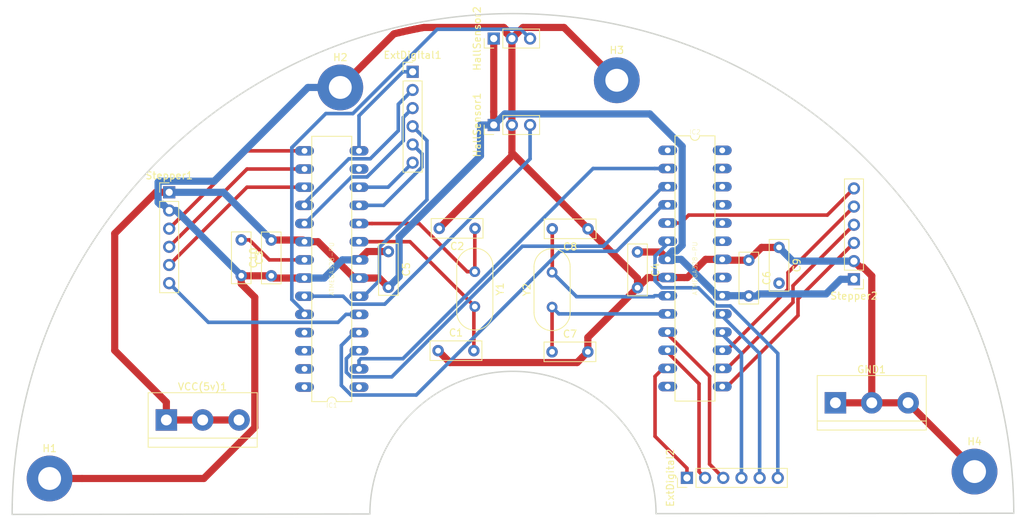
<source format=kicad_pcb>
(kicad_pcb (version 20171130) (host pcbnew "(5.1.0)-1")

  (general
    (thickness 1.6)
    (drawings 4)
    (tracks 274)
    (zones 0)
    (modules 26)
    (nets 48)
  )

  (page A4)
  (layers
    (0 F.Cu signal)
    (31 B.Cu signal)
    (32 B.Adhes user)
    (33 F.Adhes user)
    (34 B.Paste user)
    (35 F.Paste user)
    (36 B.SilkS user)
    (37 F.SilkS user)
    (38 B.Mask user)
    (39 F.Mask user)
    (40 Dwgs.User user)
    (41 Cmts.User user)
    (42 Eco1.User user)
    (43 Eco2.User user)
    (44 Edge.Cuts user)
    (45 Margin user)
    (46 B.CrtYd user)
    (47 F.CrtYd user)
    (48 B.Fab user)
    (49 F.Fab user)
  )

  (setup
    (last_trace_width 0.5)
    (user_trace_width 0.25)
    (user_trace_width 0.5)
    (user_trace_width 1)
    (trace_clearance 0.2)
    (zone_clearance 0.508)
    (zone_45_only no)
    (trace_min 0.2)
    (via_size 0.8)
    (via_drill 0.4)
    (via_min_size 0.4)
    (via_min_drill 0.3)
    (uvia_size 0.3)
    (uvia_drill 0.1)
    (uvias_allowed no)
    (uvia_min_size 0.2)
    (uvia_min_drill 0.1)
    (edge_width 0.05)
    (segment_width 0.2)
    (pcb_text_width 0.3)
    (pcb_text_size 1.5 1.5)
    (mod_edge_width 0.12)
    (mod_text_size 1 1)
    (mod_text_width 0.15)
    (pad_size 1.524 1.524)
    (pad_drill 0.762)
    (pad_to_mask_clearance 0.051)
    (solder_mask_min_width 0.25)
    (aux_axis_origin 0 0)
    (visible_elements 7FFFFFFF)
    (pcbplotparams
      (layerselection 0x010fc_ffffffff)
      (usegerberextensions false)
      (usegerberattributes false)
      (usegerberadvancedattributes false)
      (creategerberjobfile false)
      (excludeedgelayer true)
      (linewidth 0.100000)
      (plotframeref false)
      (viasonmask false)
      (mode 1)
      (useauxorigin false)
      (hpglpennumber 1)
      (hpglpenspeed 20)
      (hpglpendiameter 15.000000)
      (psnegative false)
      (psa4output false)
      (plotreference true)
      (plotvalue true)
      (plotinvisibletext false)
      (padsonsilk false)
      (subtractmaskfromsilk false)
      (outputformat 1)
      (mirror false)
      (drillshape 0)
      (scaleselection 1)
      (outputdirectory ""))
  )

  (net 0 "")
  (net 1 "Net-(C1-Pad1)")
  (net 2 "Net-(C1-Pad2)")
  (net 3 "Net-(C2-Pad1)")
  (net 4 "Net-(C3-Pad1)")
  (net 5 "Net-(IC1-Pad1)")
  (net 6 "Net-(IC1-Pad2)")
  (net 7 "Net-(IC1-Pad3)")
  (net 8 "Net-(IC1-Pad4)")
  (net 9 "Net-(IC1-Pad5)")
  (net 10 "Net-(IC1-Pad13)")
  (net 11 "Net-(IC1-Pad15)")
  (net 12 "Net-(IC1-Pad16)")
  (net 13 "Net-(IC1-Pad17)")
  (net 14 "Net-(IC1-Pad25)")
  (net 15 "Net-(IC1-Pad26)")
  (net 16 "Net-(IC1-Pad27)")
  (net 17 "Net-(IC1-Pad28)")
  (net 18 "Net-(C10-Pad2)")
  (net 19 "Net-(C7-Pad1)")
  (net 20 "Net-(C8-Pad2)")
  (net 21 "Net-(C9-Pad2)")
  (net 22 "Net-(IC2-Pad1)")
  (net 23 "Net-(IC2-Pad5)")
  (net 24 "Net-(IC2-Pad14)")
  (net 25 "Net-(IC2-Pad15)")
  (net 26 "Net-(IC2-Pad16)")
  (net 27 "Net-(IC2-Pad17)")
  (net 28 "Net-(IC2-Pad23)")
  (net 29 "Net-(IC2-Pad24)")
  (net 30 "Net-(IC2-Pad25)")
  (net 31 "Net-(IC2-Pad26)")
  (net 32 "Net-(IC2-Pad27)")
  (net 33 "Net-(IC2-Pad28)")
  (net 34 "Net-(ExtDigital1-Pad1)")
  (net 35 "Net-(ExtDigital1-Pad2)")
  (net 36 "Net-(ExtDigital1-Pad3)")
  (net 37 "Net-(ExtDigital1-Pad4)")
  (net 38 "Net-(ExtDigital1-Pad5)")
  (net 39 "Net-(ExtDigital1-Pad6)")
  (net 40 "Net-(ExtDigital2-Pad1)")
  (net 41 "Net-(ExtDigital2-Pad2)")
  (net 42 "Net-(ExtDigital2-Pad3)")
  (net 43 "Net-(ExtDigital2-Pad4)")
  (net 44 "Net-(ExtDigital2-Pad5)")
  (net 45 "Net-(ExtDigital2-Pad6)")
  (net 46 "Net-(HallSensor1-Pad3)")
  (net 47 "Net-(HallSensor2-Pad3)")

  (net_class Default "This is the default net class."
    (clearance 0.2)
    (trace_width 0.25)
    (via_dia 0.8)
    (via_drill 0.4)
    (uvia_dia 0.3)
    (uvia_drill 0.1)
    (add_net "Net-(C1-Pad1)")
    (add_net "Net-(C1-Pad2)")
    (add_net "Net-(C10-Pad2)")
    (add_net "Net-(C2-Pad1)")
    (add_net "Net-(C3-Pad1)")
    (add_net "Net-(C7-Pad1)")
    (add_net "Net-(C8-Pad2)")
    (add_net "Net-(C9-Pad2)")
    (add_net "Net-(ExtDigital1-Pad1)")
    (add_net "Net-(ExtDigital1-Pad2)")
    (add_net "Net-(ExtDigital1-Pad3)")
    (add_net "Net-(ExtDigital1-Pad4)")
    (add_net "Net-(ExtDigital1-Pad5)")
    (add_net "Net-(ExtDigital1-Pad6)")
    (add_net "Net-(ExtDigital2-Pad1)")
    (add_net "Net-(ExtDigital2-Pad2)")
    (add_net "Net-(ExtDigital2-Pad3)")
    (add_net "Net-(ExtDigital2-Pad4)")
    (add_net "Net-(ExtDigital2-Pad5)")
    (add_net "Net-(ExtDigital2-Pad6)")
    (add_net "Net-(HallSensor1-Pad3)")
    (add_net "Net-(HallSensor2-Pad3)")
    (add_net "Net-(IC1-Pad1)")
    (add_net "Net-(IC1-Pad13)")
    (add_net "Net-(IC1-Pad15)")
    (add_net "Net-(IC1-Pad16)")
    (add_net "Net-(IC1-Pad17)")
    (add_net "Net-(IC1-Pad2)")
    (add_net "Net-(IC1-Pad25)")
    (add_net "Net-(IC1-Pad26)")
    (add_net "Net-(IC1-Pad27)")
    (add_net "Net-(IC1-Pad28)")
    (add_net "Net-(IC1-Pad3)")
    (add_net "Net-(IC1-Pad4)")
    (add_net "Net-(IC1-Pad5)")
    (add_net "Net-(IC2-Pad1)")
    (add_net "Net-(IC2-Pad14)")
    (add_net "Net-(IC2-Pad15)")
    (add_net "Net-(IC2-Pad16)")
    (add_net "Net-(IC2-Pad17)")
    (add_net "Net-(IC2-Pad23)")
    (add_net "Net-(IC2-Pad24)")
    (add_net "Net-(IC2-Pad25)")
    (add_net "Net-(IC2-Pad26)")
    (add_net "Net-(IC2-Pad27)")
    (add_net "Net-(IC2-Pad28)")
    (add_net "Net-(IC2-Pad5)")
  )

  (module Capacitor_THT:C_Rect_L7.0mm_W2.5mm_P5.00mm (layer F.Cu) (tedit 5AE50EF0) (tstamp 5CDDB6B9)
    (at 86.06536 88.68156)
    (descr "C, Rect series, Radial, pin pitch=5.00mm, , length*width=7*2.5mm^2, Capacitor")
    (tags "C Rect series Radial pin pitch 5.00mm  length 7mm width 2.5mm Capacitor")
    (path /5CD7B1CB)
    (fp_text reference C1 (at 2.5 -2.5) (layer F.SilkS)
      (effects (font (size 1 1) (thickness 0.15)))
    )
    (fp_text value C (at 2.5 2.5) (layer F.Fab)
      (effects (font (size 1 1) (thickness 0.15)))
    )
    (fp_line (start -1 -1.25) (end -1 1.25) (layer F.Fab) (width 0.1))
    (fp_line (start -1 1.25) (end 6 1.25) (layer F.Fab) (width 0.1))
    (fp_line (start 6 1.25) (end 6 -1.25) (layer F.Fab) (width 0.1))
    (fp_line (start 6 -1.25) (end -1 -1.25) (layer F.Fab) (width 0.1))
    (fp_line (start -1.12 -1.37) (end 6.12 -1.37) (layer F.SilkS) (width 0.12))
    (fp_line (start -1.12 1.37) (end 6.12 1.37) (layer F.SilkS) (width 0.12))
    (fp_line (start -1.12 -1.37) (end -1.12 1.37) (layer F.SilkS) (width 0.12))
    (fp_line (start 6.12 -1.37) (end 6.12 1.37) (layer F.SilkS) (width 0.12))
    (fp_line (start -1.25 -1.5) (end -1.25 1.5) (layer F.CrtYd) (width 0.05))
    (fp_line (start -1.25 1.5) (end 6.25 1.5) (layer F.CrtYd) (width 0.05))
    (fp_line (start 6.25 1.5) (end 6.25 -1.5) (layer F.CrtYd) (width 0.05))
    (fp_line (start 6.25 -1.5) (end -1.25 -1.5) (layer F.CrtYd) (width 0.05))
    (fp_text user %R (at 2.5 0) (layer F.Fab)
      (effects (font (size 1 1) (thickness 0.15)))
    )
    (pad 1 thru_hole circle (at 0 0) (size 1.6 1.6) (drill 0.8) (layers *.Cu *.Mask)
      (net 1 "Net-(C1-Pad1)"))
    (pad 2 thru_hole circle (at 5 0) (size 1.6 1.6) (drill 0.8) (layers *.Cu *.Mask)
      (net 2 "Net-(C1-Pad2)"))
    (model ${KISYS3DMOD}/Capacitor_THT.3dshapes/C_Rect_L7.0mm_W2.5mm_P5.00mm.wrl
      (at (xyz 0 0 0))
      (scale (xyz 1 1 1))
      (rotate (xyz 0 0 0))
    )
  )

  (module Capacitor_THT:C_Rect_L7.0mm_W2.5mm_P5.00mm (layer F.Cu) (tedit 5AE50EF0) (tstamp 5CDDB6CC)
    (at 91.22664 71.59244 180)
    (descr "C, Rect series, Radial, pin pitch=5.00mm, , length*width=7*2.5mm^2, Capacitor")
    (tags "C Rect series Radial pin pitch 5.00mm  length 7mm width 2.5mm Capacitor")
    (path /5CD7D2AA)
    (fp_text reference C2 (at 2.5 -2.5 180) (layer F.SilkS)
      (effects (font (size 1 1) (thickness 0.15)))
    )
    (fp_text value C (at 2.5 2.5 180) (layer F.Fab)
      (effects (font (size 1 1) (thickness 0.15)))
    )
    (fp_text user %R (at 2.5 0 180) (layer F.Fab)
      (effects (font (size 1 1) (thickness 0.15)))
    )
    (fp_line (start 6.25 -1.5) (end -1.25 -1.5) (layer F.CrtYd) (width 0.05))
    (fp_line (start 6.25 1.5) (end 6.25 -1.5) (layer F.CrtYd) (width 0.05))
    (fp_line (start -1.25 1.5) (end 6.25 1.5) (layer F.CrtYd) (width 0.05))
    (fp_line (start -1.25 -1.5) (end -1.25 1.5) (layer F.CrtYd) (width 0.05))
    (fp_line (start 6.12 -1.37) (end 6.12 1.37) (layer F.SilkS) (width 0.12))
    (fp_line (start -1.12 -1.37) (end -1.12 1.37) (layer F.SilkS) (width 0.12))
    (fp_line (start -1.12 1.37) (end 6.12 1.37) (layer F.SilkS) (width 0.12))
    (fp_line (start -1.12 -1.37) (end 6.12 -1.37) (layer F.SilkS) (width 0.12))
    (fp_line (start 6 -1.25) (end -1 -1.25) (layer F.Fab) (width 0.1))
    (fp_line (start 6 1.25) (end 6 -1.25) (layer F.Fab) (width 0.1))
    (fp_line (start -1 1.25) (end 6 1.25) (layer F.Fab) (width 0.1))
    (fp_line (start -1 -1.25) (end -1 1.25) (layer F.Fab) (width 0.1))
    (pad 2 thru_hole circle (at 5 0 180) (size 1.6 1.6) (drill 0.8) (layers *.Cu *.Mask)
      (net 1 "Net-(C1-Pad1)"))
    (pad 1 thru_hole circle (at 0 0 180) (size 1.6 1.6) (drill 0.8) (layers *.Cu *.Mask)
      (net 3 "Net-(C2-Pad1)"))
    (model ${KISYS3DMOD}/Capacitor_THT.3dshapes/C_Rect_L7.0mm_W2.5mm_P5.00mm.wrl
      (at (xyz 0 0 0))
      (scale (xyz 1 1 1))
      (rotate (xyz 0 0 0))
    )
  )

  (module Capacitor_THT:C_Rect_L7.0mm_W2.5mm_P5.00mm (layer F.Cu) (tedit 5AE50EF0) (tstamp 5CDDB6DF)
    (at 58.55208 73.19772 270)
    (descr "C, Rect series, Radial, pin pitch=5.00mm, , length*width=7*2.5mm^2, Capacitor")
    (tags "C Rect series Radial pin pitch 5.00mm  length 7mm width 2.5mm Capacitor")
    (path /5CDD9B23)
    (fp_text reference C3 (at 2.5 -2.5 270) (layer F.SilkS)
      (effects (font (size 1 1) (thickness 0.15)))
    )
    (fp_text value C (at 2.5 2.5 270) (layer F.Fab)
      (effects (font (size 1 1) (thickness 0.15)))
    )
    (fp_line (start -1 -1.25) (end -1 1.25) (layer F.Fab) (width 0.1))
    (fp_line (start -1 1.25) (end 6 1.25) (layer F.Fab) (width 0.1))
    (fp_line (start 6 1.25) (end 6 -1.25) (layer F.Fab) (width 0.1))
    (fp_line (start 6 -1.25) (end -1 -1.25) (layer F.Fab) (width 0.1))
    (fp_line (start -1.12 -1.37) (end 6.12 -1.37) (layer F.SilkS) (width 0.12))
    (fp_line (start -1.12 1.37) (end 6.12 1.37) (layer F.SilkS) (width 0.12))
    (fp_line (start -1.12 -1.37) (end -1.12 1.37) (layer F.SilkS) (width 0.12))
    (fp_line (start 6.12 -1.37) (end 6.12 1.37) (layer F.SilkS) (width 0.12))
    (fp_line (start -1.25 -1.5) (end -1.25 1.5) (layer F.CrtYd) (width 0.05))
    (fp_line (start -1.25 1.5) (end 6.25 1.5) (layer F.CrtYd) (width 0.05))
    (fp_line (start 6.25 1.5) (end 6.25 -1.5) (layer F.CrtYd) (width 0.05))
    (fp_line (start 6.25 -1.5) (end -1.25 -1.5) (layer F.CrtYd) (width 0.05))
    (fp_text user %R (at 2.5 0 270) (layer F.Fab)
      (effects (font (size 1 1) (thickness 0.15)))
    )
    (pad 1 thru_hole circle (at 0 0 270) (size 1.6 1.6) (drill 0.8) (layers *.Cu *.Mask)
      (net 4 "Net-(C3-Pad1)"))
    (pad 2 thru_hole circle (at 5 0 270) (size 1.6 1.6) (drill 0.8) (layers *.Cu *.Mask)
      (net 1 "Net-(C1-Pad1)"))
    (model ${KISYS3DMOD}/Capacitor_THT.3dshapes/C_Rect_L7.0mm_W2.5mm_P5.00mm.wrl
      (at (xyz 0 0 0))
      (scale (xyz 1 1 1))
      (rotate (xyz 0 0 0))
    )
  )

  (module Capacitor_THT:C_Rect_L7.0mm_W2.5mm_P5.00mm (layer F.Cu) (tedit 5AE50EF0) (tstamp 5CDDDEEB)
    (at 113.93932 74.88936 270)
    (descr "C, Rect series, Radial, pin pitch=5.00mm, , length*width=7*2.5mm^2, Capacitor")
    (tags "C Rect series Radial pin pitch 5.00mm  length 7mm width 2.5mm Capacitor")
    (path /5CDD1844)
    (fp_text reference C4 (at 2.5 -2.5 270) (layer F.SilkS)
      (effects (font (size 1 1) (thickness 0.15)))
    )
    (fp_text value C (at 2.5 2.5 270) (layer F.Fab)
      (effects (font (size 1 1) (thickness 0.15)))
    )
    (fp_text user %R (at 2.5 0 270) (layer F.Fab)
      (effects (font (size 1 1) (thickness 0.15)))
    )
    (fp_line (start 6.25 -1.5) (end -1.25 -1.5) (layer F.CrtYd) (width 0.05))
    (fp_line (start 6.25 1.5) (end 6.25 -1.5) (layer F.CrtYd) (width 0.05))
    (fp_line (start -1.25 1.5) (end 6.25 1.5) (layer F.CrtYd) (width 0.05))
    (fp_line (start -1.25 -1.5) (end -1.25 1.5) (layer F.CrtYd) (width 0.05))
    (fp_line (start 6.12 -1.37) (end 6.12 1.37) (layer F.SilkS) (width 0.12))
    (fp_line (start -1.12 -1.37) (end -1.12 1.37) (layer F.SilkS) (width 0.12))
    (fp_line (start -1.12 1.37) (end 6.12 1.37) (layer F.SilkS) (width 0.12))
    (fp_line (start -1.12 -1.37) (end 6.12 -1.37) (layer F.SilkS) (width 0.12))
    (fp_line (start 6 -1.25) (end -1 -1.25) (layer F.Fab) (width 0.1))
    (fp_line (start 6 1.25) (end 6 -1.25) (layer F.Fab) (width 0.1))
    (fp_line (start -1 1.25) (end 6 1.25) (layer F.Fab) (width 0.1))
    (fp_line (start -1 -1.25) (end -1 1.25) (layer F.Fab) (width 0.1))
    (pad 2 thru_hole circle (at 5 0 270) (size 1.6 1.6) (drill 0.8) (layers *.Cu *.Mask)
      (net 1 "Net-(C1-Pad1)"))
    (pad 1 thru_hole circle (at 0 0 270) (size 1.6 1.6) (drill 0.8) (layers *.Cu *.Mask)
      (net 18 "Net-(C10-Pad2)"))
    (model ${KISYS3DMOD}/Capacitor_THT.3dshapes/C_Rect_L7.0mm_W2.5mm_P5.00mm.wrl
      (at (xyz 0 0 0))
      (scale (xyz 1 1 1))
      (rotate (xyz 0 0 0))
    )
  )

  (module Capacitor_THT:C_Rect_L7.0mm_W2.5mm_P5.00mm (layer F.Cu) (tedit 5AE50EF0) (tstamp 5CDDB705)
    (at 79.121 74.82332 270)
    (descr "C, Rect series, Radial, pin pitch=5.00mm, , length*width=7*2.5mm^2, Capacitor")
    (tags "C Rect series Radial pin pitch 5.00mm  length 7mm width 2.5mm Capacitor")
    (path /5CDCD79B)
    (fp_text reference C5 (at 2.5 -2.5 270) (layer F.SilkS)
      (effects (font (size 1 1) (thickness 0.15)))
    )
    (fp_text value C (at 2.5 2.5 270) (layer F.Fab)
      (effects (font (size 1 1) (thickness 0.15)))
    )
    (fp_line (start -1 -1.25) (end -1 1.25) (layer F.Fab) (width 0.1))
    (fp_line (start -1 1.25) (end 6 1.25) (layer F.Fab) (width 0.1))
    (fp_line (start 6 1.25) (end 6 -1.25) (layer F.Fab) (width 0.1))
    (fp_line (start 6 -1.25) (end -1 -1.25) (layer F.Fab) (width 0.1))
    (fp_line (start -1.12 -1.37) (end 6.12 -1.37) (layer F.SilkS) (width 0.12))
    (fp_line (start -1.12 1.37) (end 6.12 1.37) (layer F.SilkS) (width 0.12))
    (fp_line (start -1.12 -1.37) (end -1.12 1.37) (layer F.SilkS) (width 0.12))
    (fp_line (start 6.12 -1.37) (end 6.12 1.37) (layer F.SilkS) (width 0.12))
    (fp_line (start -1.25 -1.5) (end -1.25 1.5) (layer F.CrtYd) (width 0.05))
    (fp_line (start -1.25 1.5) (end 6.25 1.5) (layer F.CrtYd) (width 0.05))
    (fp_line (start 6.25 1.5) (end 6.25 -1.5) (layer F.CrtYd) (width 0.05))
    (fp_line (start 6.25 -1.5) (end -1.25 -1.5) (layer F.CrtYd) (width 0.05))
    (fp_text user %R (at 2.5 0 270) (layer F.Fab)
      (effects (font (size 1 1) (thickness 0.15)))
    )
    (pad 1 thru_hole circle (at 0 0 270) (size 1.6 1.6) (drill 0.8) (layers *.Cu *.Mask)
      (net 1 "Net-(C1-Pad1)"))
    (pad 2 thru_hole circle (at 5 0 270) (size 1.6 1.6) (drill 0.8) (layers *.Cu *.Mask)
      (net 18 "Net-(C10-Pad2)"))
    (model ${KISYS3DMOD}/Capacitor_THT.3dshapes/C_Rect_L7.0mm_W2.5mm_P5.00mm.wrl
      (at (xyz 0 0 0))
      (scale (xyz 1 1 1))
      (rotate (xyz 0 0 0))
    )
  )

  (module Capacitor_THT:C_Rect_L7.0mm_W2.5mm_P5.00mm (layer F.Cu) (tedit 5AE50EF0) (tstamp 5CDDE37F)
    (at 129.49428 76.03744 270)
    (descr "C, Rect series, Radial, pin pitch=5.00mm, , length*width=7*2.5mm^2, Capacitor")
    (tags "C Rect series Radial pin pitch 5.00mm  length 7mm width 2.5mm Capacitor")
    (path /5CE4B755)
    (fp_text reference C6 (at 2.5 -2.5 270) (layer F.SilkS)
      (effects (font (size 1 1) (thickness 0.15)))
    )
    (fp_text value C (at 2.5 2.5 270) (layer F.Fab)
      (effects (font (size 1 1) (thickness 0.15)))
    )
    (fp_line (start -1 -1.25) (end -1 1.25) (layer F.Fab) (width 0.1))
    (fp_line (start -1 1.25) (end 6 1.25) (layer F.Fab) (width 0.1))
    (fp_line (start 6 1.25) (end 6 -1.25) (layer F.Fab) (width 0.1))
    (fp_line (start 6 -1.25) (end -1 -1.25) (layer F.Fab) (width 0.1))
    (fp_line (start -1.12 -1.37) (end 6.12 -1.37) (layer F.SilkS) (width 0.12))
    (fp_line (start -1.12 1.37) (end 6.12 1.37) (layer F.SilkS) (width 0.12))
    (fp_line (start -1.12 -1.37) (end -1.12 1.37) (layer F.SilkS) (width 0.12))
    (fp_line (start 6.12 -1.37) (end 6.12 1.37) (layer F.SilkS) (width 0.12))
    (fp_line (start -1.25 -1.5) (end -1.25 1.5) (layer F.CrtYd) (width 0.05))
    (fp_line (start -1.25 1.5) (end 6.25 1.5) (layer F.CrtYd) (width 0.05))
    (fp_line (start 6.25 1.5) (end 6.25 -1.5) (layer F.CrtYd) (width 0.05))
    (fp_line (start 6.25 -1.5) (end -1.25 -1.5) (layer F.CrtYd) (width 0.05))
    (fp_text user %R (at 2.5 0 270) (layer F.Fab)
      (effects (font (size 1 1) (thickness 0.15)))
    )
    (pad 1 thru_hole circle (at 0 0 270) (size 1.6 1.6) (drill 0.8) (layers *.Cu *.Mask)
      (net 1 "Net-(C1-Pad1)"))
    (pad 2 thru_hole circle (at 5 0 270) (size 1.6 1.6) (drill 0.8) (layers *.Cu *.Mask)
      (net 18 "Net-(C10-Pad2)"))
    (model ${KISYS3DMOD}/Capacitor_THT.3dshapes/C_Rect_L7.0mm_W2.5mm_P5.00mm.wrl
      (at (xyz 0 0 0))
      (scale (xyz 1 1 1))
      (rotate (xyz 0 0 0))
    )
  )

  (module Capacitor_THT:C_Rect_L7.0mm_W2.5mm_P5.00mm (layer F.Cu) (tedit 5AE50EF0) (tstamp 5CDDB72B)
    (at 101.99624 88.84412)
    (descr "C, Rect series, Radial, pin pitch=5.00mm, , length*width=7*2.5mm^2, Capacitor")
    (tags "C Rect series Radial pin pitch 5.00mm  length 7mm width 2.5mm Capacitor")
    (path /5CE7581E)
    (fp_text reference C7 (at 2.5 -2.5) (layer F.SilkS)
      (effects (font (size 1 1) (thickness 0.15)))
    )
    (fp_text value C (at 2.5 2.5) (layer F.Fab)
      (effects (font (size 1 1) (thickness 0.15)))
    )
    (fp_line (start -1 -1.25) (end -1 1.25) (layer F.Fab) (width 0.1))
    (fp_line (start -1 1.25) (end 6 1.25) (layer F.Fab) (width 0.1))
    (fp_line (start 6 1.25) (end 6 -1.25) (layer F.Fab) (width 0.1))
    (fp_line (start 6 -1.25) (end -1 -1.25) (layer F.Fab) (width 0.1))
    (fp_line (start -1.12 -1.37) (end 6.12 -1.37) (layer F.SilkS) (width 0.12))
    (fp_line (start -1.12 1.37) (end 6.12 1.37) (layer F.SilkS) (width 0.12))
    (fp_line (start -1.12 -1.37) (end -1.12 1.37) (layer F.SilkS) (width 0.12))
    (fp_line (start 6.12 -1.37) (end 6.12 1.37) (layer F.SilkS) (width 0.12))
    (fp_line (start -1.25 -1.5) (end -1.25 1.5) (layer F.CrtYd) (width 0.05))
    (fp_line (start -1.25 1.5) (end 6.25 1.5) (layer F.CrtYd) (width 0.05))
    (fp_line (start 6.25 1.5) (end 6.25 -1.5) (layer F.CrtYd) (width 0.05))
    (fp_line (start 6.25 -1.5) (end -1.25 -1.5) (layer F.CrtYd) (width 0.05))
    (fp_text user %R (at 2.5 0) (layer F.Fab)
      (effects (font (size 1 1) (thickness 0.15)))
    )
    (pad 1 thru_hole circle (at 0 0) (size 1.6 1.6) (drill 0.8) (layers *.Cu *.Mask)
      (net 19 "Net-(C7-Pad1)"))
    (pad 2 thru_hole circle (at 5 0) (size 1.6 1.6) (drill 0.8) (layers *.Cu *.Mask)
      (net 1 "Net-(C1-Pad1)"))
    (model ${KISYS3DMOD}/Capacitor_THT.3dshapes/C_Rect_L7.0mm_W2.5mm_P5.00mm.wrl
      (at (xyz 0 0 0))
      (scale (xyz 1 1 1))
      (rotate (xyz 0 0 0))
    )
  )

  (module Capacitor_THT:C_Rect_L7.0mm_W2.5mm_P5.00mm (layer F.Cu) (tedit 5AE50EF0) (tstamp 5CDDDE7F)
    (at 107.02544 71.6534 180)
    (descr "C, Rect series, Radial, pin pitch=5.00mm, , length*width=7*2.5mm^2, Capacitor")
    (tags "C Rect series Radial pin pitch 5.00mm  length 7mm width 2.5mm Capacitor")
    (path /5CE637A5)
    (fp_text reference C8 (at 2.5 -2.5 180) (layer F.SilkS)
      (effects (font (size 1 1) (thickness 0.15)))
    )
    (fp_text value C (at 2.5 2.5 180) (layer F.Fab)
      (effects (font (size 1 1) (thickness 0.15)))
    )
    (fp_text user %R (at 2.5 0 180) (layer F.Fab)
      (effects (font (size 1 1) (thickness 0.15)))
    )
    (fp_line (start 6.25 -1.5) (end -1.25 -1.5) (layer F.CrtYd) (width 0.05))
    (fp_line (start 6.25 1.5) (end 6.25 -1.5) (layer F.CrtYd) (width 0.05))
    (fp_line (start -1.25 1.5) (end 6.25 1.5) (layer F.CrtYd) (width 0.05))
    (fp_line (start -1.25 -1.5) (end -1.25 1.5) (layer F.CrtYd) (width 0.05))
    (fp_line (start 6.12 -1.37) (end 6.12 1.37) (layer F.SilkS) (width 0.12))
    (fp_line (start -1.12 -1.37) (end -1.12 1.37) (layer F.SilkS) (width 0.12))
    (fp_line (start -1.12 1.37) (end 6.12 1.37) (layer F.SilkS) (width 0.12))
    (fp_line (start -1.12 -1.37) (end 6.12 -1.37) (layer F.SilkS) (width 0.12))
    (fp_line (start 6 -1.25) (end -1 -1.25) (layer F.Fab) (width 0.1))
    (fp_line (start 6 1.25) (end 6 -1.25) (layer F.Fab) (width 0.1))
    (fp_line (start -1 1.25) (end 6 1.25) (layer F.Fab) (width 0.1))
    (fp_line (start -1 -1.25) (end -1 1.25) (layer F.Fab) (width 0.1))
    (pad 2 thru_hole circle (at 5 0 180) (size 1.6 1.6) (drill 0.8) (layers *.Cu *.Mask)
      (net 20 "Net-(C8-Pad2)"))
    (pad 1 thru_hole circle (at 0 0 180) (size 1.6 1.6) (drill 0.8) (layers *.Cu *.Mask)
      (net 1 "Net-(C1-Pad1)"))
    (model ${KISYS3DMOD}/Capacitor_THT.3dshapes/C_Rect_L7.0mm_W2.5mm_P5.00mm.wrl
      (at (xyz 0 0 0))
      (scale (xyz 1 1 1))
      (rotate (xyz 0 0 0))
    )
  )

  (module Capacitor_THT:C_Rect_L7.0mm_W2.5mm_P5.00mm (layer F.Cu) (tedit 5AE50EF0) (tstamp 5CDDE349)
    (at 133.72084 74.24928 270)
    (descr "C, Rect series, Radial, pin pitch=5.00mm, , length*width=7*2.5mm^2, Capacitor")
    (tags "C Rect series Radial pin pitch 5.00mm  length 7mm width 2.5mm Capacitor")
    (path /5CE4C2DF)
    (fp_text reference C9 (at 2.5 -2.5 270) (layer F.SilkS)
      (effects (font (size 1 1) (thickness 0.15)))
    )
    (fp_text value C (at 2.5 2.5 270) (layer F.Fab)
      (effects (font (size 1 1) (thickness 0.15)))
    )
    (fp_text user %R (at 2.5 0 270) (layer F.Fab)
      (effects (font (size 1 1) (thickness 0.15)))
    )
    (fp_line (start 6.25 -1.5) (end -1.25 -1.5) (layer F.CrtYd) (width 0.05))
    (fp_line (start 6.25 1.5) (end 6.25 -1.5) (layer F.CrtYd) (width 0.05))
    (fp_line (start -1.25 1.5) (end 6.25 1.5) (layer F.CrtYd) (width 0.05))
    (fp_line (start -1.25 -1.5) (end -1.25 1.5) (layer F.CrtYd) (width 0.05))
    (fp_line (start 6.12 -1.37) (end 6.12 1.37) (layer F.SilkS) (width 0.12))
    (fp_line (start -1.12 -1.37) (end -1.12 1.37) (layer F.SilkS) (width 0.12))
    (fp_line (start -1.12 1.37) (end 6.12 1.37) (layer F.SilkS) (width 0.12))
    (fp_line (start -1.12 -1.37) (end 6.12 -1.37) (layer F.SilkS) (width 0.12))
    (fp_line (start 6 -1.25) (end -1 -1.25) (layer F.Fab) (width 0.1))
    (fp_line (start 6 1.25) (end 6 -1.25) (layer F.Fab) (width 0.1))
    (fp_line (start -1 1.25) (end 6 1.25) (layer F.Fab) (width 0.1))
    (fp_line (start -1 -1.25) (end -1 1.25) (layer F.Fab) (width 0.1))
    (pad 2 thru_hole circle (at 5 0 270) (size 1.6 1.6) (drill 0.8) (layers *.Cu *.Mask)
      (net 21 "Net-(C9-Pad2)"))
    (pad 1 thru_hole circle (at 0 0 270) (size 1.6 1.6) (drill 0.8) (layers *.Cu *.Mask)
      (net 1 "Net-(C1-Pad1)"))
    (model ${KISYS3DMOD}/Capacitor_THT.3dshapes/C_Rect_L7.0mm_W2.5mm_P5.00mm.wrl
      (at (xyz 0 0 0))
      (scale (xyz 1 1 1))
      (rotate (xyz 0 0 0))
    )
  )

  (module Capacitor_THT:C_Rect_L7.0mm_W2.5mm_P5.00mm (layer F.Cu) (tedit 5AE50EF0) (tstamp 5CDDB764)
    (at 62.74816 78.21676 90)
    (descr "C, Rect series, Radial, pin pitch=5.00mm, , length*width=7*2.5mm^2, Capacitor")
    (tags "C Rect series Radial pin pitch 5.00mm  length 7mm width 2.5mm Capacitor")
    (path /5CE48E49)
    (fp_text reference C10 (at 2.5 -2.5 90) (layer F.SilkS)
      (effects (font (size 1 1) (thickness 0.15)))
    )
    (fp_text value C (at 2.5 2.5 90) (layer F.Fab)
      (effects (font (size 1 1) (thickness 0.15)))
    )
    (fp_text user %R (at 2.5 0 90) (layer F.Fab)
      (effects (font (size 1 1) (thickness 0.15)))
    )
    (fp_line (start 6.25 -1.5) (end -1.25 -1.5) (layer F.CrtYd) (width 0.05))
    (fp_line (start 6.25 1.5) (end 6.25 -1.5) (layer F.CrtYd) (width 0.05))
    (fp_line (start -1.25 1.5) (end 6.25 1.5) (layer F.CrtYd) (width 0.05))
    (fp_line (start -1.25 -1.5) (end -1.25 1.5) (layer F.CrtYd) (width 0.05))
    (fp_line (start 6.12 -1.37) (end 6.12 1.37) (layer F.SilkS) (width 0.12))
    (fp_line (start -1.12 -1.37) (end -1.12 1.37) (layer F.SilkS) (width 0.12))
    (fp_line (start -1.12 1.37) (end 6.12 1.37) (layer F.SilkS) (width 0.12))
    (fp_line (start -1.12 -1.37) (end 6.12 -1.37) (layer F.SilkS) (width 0.12))
    (fp_line (start 6 -1.25) (end -1 -1.25) (layer F.Fab) (width 0.1))
    (fp_line (start 6 1.25) (end 6 -1.25) (layer F.Fab) (width 0.1))
    (fp_line (start -1 1.25) (end 6 1.25) (layer F.Fab) (width 0.1))
    (fp_line (start -1 -1.25) (end -1 1.25) (layer F.Fab) (width 0.1))
    (pad 2 thru_hole circle (at 5 0 90) (size 1.6 1.6) (drill 0.8) (layers *.Cu *.Mask)
      (net 18 "Net-(C10-Pad2)"))
    (pad 1 thru_hole circle (at 0 0 90) (size 1.6 1.6) (drill 0.8) (layers *.Cu *.Mask)
      (net 1 "Net-(C1-Pad1)"))
    (model ${KISYS3DMOD}/Capacitor_THT.3dshapes/C_Rect_L7.0mm_W2.5mm_P5.00mm.wrl
      (at (xyz 0 0 0))
      (scale (xyz 1 1 1))
      (rotate (xyz 0 0 0))
    )
  )

  (module Connector_PinHeader_2.54mm:PinHeader_1x06_P2.54mm_Vertical (layer F.Cu) (tedit 59FED5CC) (tstamp 5CDDB77E)
    (at 82.50428 49.70272)
    (descr "Through hole straight pin header, 1x06, 2.54mm pitch, single row")
    (tags "Through hole pin header THT 1x06 2.54mm single row")
    (path /5CDA59E4)
    (fp_text reference ExtDigital1 (at 0 -2.33) (layer F.SilkS)
      (effects (font (size 1 1) (thickness 0.15)))
    )
    (fp_text value Conn_Ext_digital (at 0 15.03) (layer F.Fab)
      (effects (font (size 1 1) (thickness 0.15)))
    )
    (fp_text user %R (at 0 6.35 90) (layer F.Fab)
      (effects (font (size 1 1) (thickness 0.15)))
    )
    (fp_line (start 1.8 -1.8) (end -1.8 -1.8) (layer F.CrtYd) (width 0.05))
    (fp_line (start 1.8 14.5) (end 1.8 -1.8) (layer F.CrtYd) (width 0.05))
    (fp_line (start -1.8 14.5) (end 1.8 14.5) (layer F.CrtYd) (width 0.05))
    (fp_line (start -1.8 -1.8) (end -1.8 14.5) (layer F.CrtYd) (width 0.05))
    (fp_line (start -1.33 -1.33) (end 0 -1.33) (layer F.SilkS) (width 0.12))
    (fp_line (start -1.33 0) (end -1.33 -1.33) (layer F.SilkS) (width 0.12))
    (fp_line (start -1.33 1.27) (end 1.33 1.27) (layer F.SilkS) (width 0.12))
    (fp_line (start 1.33 1.27) (end 1.33 14.03) (layer F.SilkS) (width 0.12))
    (fp_line (start -1.33 1.27) (end -1.33 14.03) (layer F.SilkS) (width 0.12))
    (fp_line (start -1.33 14.03) (end 1.33 14.03) (layer F.SilkS) (width 0.12))
    (fp_line (start -1.27 -0.635) (end -0.635 -1.27) (layer F.Fab) (width 0.1))
    (fp_line (start -1.27 13.97) (end -1.27 -0.635) (layer F.Fab) (width 0.1))
    (fp_line (start 1.27 13.97) (end -1.27 13.97) (layer F.Fab) (width 0.1))
    (fp_line (start 1.27 -1.27) (end 1.27 13.97) (layer F.Fab) (width 0.1))
    (fp_line (start -0.635 -1.27) (end 1.27 -1.27) (layer F.Fab) (width 0.1))
    (pad 6 thru_hole oval (at 0 12.7) (size 1.7 1.7) (drill 1) (layers *.Cu *.Mask)
      (net 39 "Net-(ExtDigital1-Pad6)"))
    (pad 5 thru_hole oval (at 0 10.16) (size 1.7 1.7) (drill 1) (layers *.Cu *.Mask)
      (net 38 "Net-(ExtDigital1-Pad5)"))
    (pad 4 thru_hole oval (at 0 7.62) (size 1.7 1.7) (drill 1) (layers *.Cu *.Mask)
      (net 37 "Net-(ExtDigital1-Pad4)"))
    (pad 3 thru_hole oval (at 0 5.08) (size 1.7 1.7) (drill 1) (layers *.Cu *.Mask)
      (net 36 "Net-(ExtDigital1-Pad3)"))
    (pad 2 thru_hole oval (at 0 2.54) (size 1.7 1.7) (drill 1) (layers *.Cu *.Mask)
      (net 35 "Net-(ExtDigital1-Pad2)"))
    (pad 1 thru_hole rect (at 0 0) (size 1.7 1.7) (drill 1) (layers *.Cu *.Mask)
      (net 34 "Net-(ExtDigital1-Pad1)"))
    (model ${KISYS3DMOD}/Connector_PinHeader_2.54mm.3dshapes/PinHeader_1x06_P2.54mm_Vertical.wrl
      (at (xyz 0 0 0))
      (scale (xyz 1 1 1))
      (rotate (xyz 0 0 0))
    )
  )

  (module Connector_PinHeader_2.54mm:PinHeader_1x06_P2.54mm_Vertical (layer F.Cu) (tedit 59FED5CC) (tstamp 5CDDE1CD)
    (at 120.84812 106.46156 90)
    (descr "Through hole straight pin header, 1x06, 2.54mm pitch, single row")
    (tags "Through hole pin header THT 1x06 2.54mm single row")
    (path /5CEADFA0)
    (fp_text reference ExtDigital2 (at 0 -2.33 90) (layer F.SilkS)
      (effects (font (size 1 1) (thickness 0.15)))
    )
    (fp_text value Conn_Ext_digital_2 (at 0 15.03 90) (layer F.Fab)
      (effects (font (size 1 1) (thickness 0.15)))
    )
    (fp_line (start -0.635 -1.27) (end 1.27 -1.27) (layer F.Fab) (width 0.1))
    (fp_line (start 1.27 -1.27) (end 1.27 13.97) (layer F.Fab) (width 0.1))
    (fp_line (start 1.27 13.97) (end -1.27 13.97) (layer F.Fab) (width 0.1))
    (fp_line (start -1.27 13.97) (end -1.27 -0.635) (layer F.Fab) (width 0.1))
    (fp_line (start -1.27 -0.635) (end -0.635 -1.27) (layer F.Fab) (width 0.1))
    (fp_line (start -1.33 14.03) (end 1.33 14.03) (layer F.SilkS) (width 0.12))
    (fp_line (start -1.33 1.27) (end -1.33 14.03) (layer F.SilkS) (width 0.12))
    (fp_line (start 1.33 1.27) (end 1.33 14.03) (layer F.SilkS) (width 0.12))
    (fp_line (start -1.33 1.27) (end 1.33 1.27) (layer F.SilkS) (width 0.12))
    (fp_line (start -1.33 0) (end -1.33 -1.33) (layer F.SilkS) (width 0.12))
    (fp_line (start -1.33 -1.33) (end 0 -1.33) (layer F.SilkS) (width 0.12))
    (fp_line (start -1.8 -1.8) (end -1.8 14.5) (layer F.CrtYd) (width 0.05))
    (fp_line (start -1.8 14.5) (end 1.8 14.5) (layer F.CrtYd) (width 0.05))
    (fp_line (start 1.8 14.5) (end 1.8 -1.8) (layer F.CrtYd) (width 0.05))
    (fp_line (start 1.8 -1.8) (end -1.8 -1.8) (layer F.CrtYd) (width 0.05))
    (fp_text user %R (at 0 6.35 180) (layer F.Fab)
      (effects (font (size 1 1) (thickness 0.15)))
    )
    (pad 1 thru_hole rect (at 0 0 90) (size 1.7 1.7) (drill 1) (layers *.Cu *.Mask)
      (net 40 "Net-(ExtDigital2-Pad1)"))
    (pad 2 thru_hole oval (at 0 2.54 90) (size 1.7 1.7) (drill 1) (layers *.Cu *.Mask)
      (net 41 "Net-(ExtDigital2-Pad2)"))
    (pad 3 thru_hole oval (at 0 5.08 90) (size 1.7 1.7) (drill 1) (layers *.Cu *.Mask)
      (net 42 "Net-(ExtDigital2-Pad3)"))
    (pad 4 thru_hole oval (at 0 7.62 90) (size 1.7 1.7) (drill 1) (layers *.Cu *.Mask)
      (net 43 "Net-(ExtDigital2-Pad4)"))
    (pad 5 thru_hole oval (at 0 10.16 90) (size 1.7 1.7) (drill 1) (layers *.Cu *.Mask)
      (net 44 "Net-(ExtDigital2-Pad5)"))
    (pad 6 thru_hole oval (at 0 12.7 90) (size 1.7 1.7) (drill 1) (layers *.Cu *.Mask)
      (net 45 "Net-(ExtDigital2-Pad6)"))
    (model ${KISYS3DMOD}/Connector_PinHeader_2.54mm.3dshapes/PinHeader_1x06_P2.54mm_Vertical.wrl
      (at (xyz 0 0 0))
      (scale (xyz 1 1 1))
      (rotate (xyz 0 0 0))
    )
  )

  (module TerminalBlock:TerminalBlock_bornier-3_P5.08mm (layer F.Cu) (tedit 59FF03B9) (tstamp 5CDDE214)
    (at 141.59992 95.97136)
    (descr "simple 3-pin terminal block, pitch 5.08mm, revamped version of bornier3")
    (tags "terminal block bornier3")
    (path /5CE04652)
    (fp_text reference GND1 (at 5.05 -4.65) (layer F.SilkS)
      (effects (font (size 1 1) (thickness 0.15)))
    )
    (fp_text value Screw_GND (at 5.08 5.08) (layer F.Fab)
      (effects (font (size 1 1) (thickness 0.15)))
    )
    (fp_line (start 12.88 4) (end -2.72 4) (layer F.CrtYd) (width 0.05))
    (fp_line (start 12.88 4) (end 12.88 -4) (layer F.CrtYd) (width 0.05))
    (fp_line (start -2.72 -4) (end -2.72 4) (layer F.CrtYd) (width 0.05))
    (fp_line (start -2.72 -4) (end 12.88 -4) (layer F.CrtYd) (width 0.05))
    (fp_line (start -2.54 3.81) (end 12.7 3.81) (layer F.SilkS) (width 0.12))
    (fp_line (start -2.54 -3.81) (end 12.7 -3.81) (layer F.SilkS) (width 0.12))
    (fp_line (start -2.54 2.54) (end 12.7 2.54) (layer F.SilkS) (width 0.12))
    (fp_line (start 12.7 3.81) (end 12.7 -3.81) (layer F.SilkS) (width 0.12))
    (fp_line (start -2.54 3.81) (end -2.54 -3.81) (layer F.SilkS) (width 0.12))
    (fp_line (start -2.47 3.75) (end -2.47 -3.75) (layer F.Fab) (width 0.1))
    (fp_line (start 12.63 3.75) (end -2.47 3.75) (layer F.Fab) (width 0.1))
    (fp_line (start 12.63 -3.75) (end 12.63 3.75) (layer F.Fab) (width 0.1))
    (fp_line (start -2.47 -3.75) (end 12.63 -3.75) (layer F.Fab) (width 0.1))
    (fp_line (start -2.47 2.55) (end 12.63 2.55) (layer F.Fab) (width 0.1))
    (fp_text user %R (at 5.08 0) (layer F.Fab)
      (effects (font (size 1 1) (thickness 0.15)))
    )
    (pad 3 thru_hole circle (at 10.16 0) (size 3 3) (drill 1.52) (layers *.Cu *.Mask)
      (net 1 "Net-(C1-Pad1)"))
    (pad 2 thru_hole circle (at 5.08 0) (size 3 3) (drill 1.52) (layers *.Cu *.Mask)
      (net 1 "Net-(C1-Pad1)"))
    (pad 1 thru_hole rect (at 0 0) (size 3 3) (drill 1.52) (layers *.Cu *.Mask)
      (net 1 "Net-(C1-Pad1)"))
    (model ${KISYS3DMOD}/TerminalBlock.3dshapes/TerminalBlock_bornier-3_P5.08mm.wrl
      (offset (xyz 5.079999923706055 0 0))
      (scale (xyz 1 1 1))
      (rotate (xyz 0 0 0))
    )
  )

  (module MountingHole:MountingHole_3.2mm_M3_Pad (layer F.Cu) (tedit 56D1B4CB) (tstamp 5CDDB7B6)
    (at 31.76524 106.54792)
    (descr "Mounting Hole 3.2mm, M3")
    (tags "mounting hole 3.2mm m3")
    (path /5CF3FE1E)
    (attr virtual)
    (fp_text reference H1 (at 0 -4.2) (layer F.SilkS)
      (effects (font (size 1 1) (thickness 0.15)))
    )
    (fp_text value MountingHole_Pad (at 0 4.2) (layer F.Fab)
      (effects (font (size 1 1) (thickness 0.15)))
    )
    (fp_text user %R (at 0.3 0) (layer F.Fab)
      (effects (font (size 1 1) (thickness 0.15)))
    )
    (fp_circle (center 0 0) (end 3.2 0) (layer Cmts.User) (width 0.15))
    (fp_circle (center 0 0) (end 3.45 0) (layer F.CrtYd) (width 0.05))
    (pad 1 thru_hole circle (at 0 0) (size 6.4 6.4) (drill 3.2) (layers *.Cu *.Mask)
      (net 1 "Net-(C1-Pad1)"))
  )

  (module MountingHole:MountingHole_3.2mm_M3_Pad (layer F.Cu) (tedit 56D1B4CB) (tstamp 5CDDB7BE)
    (at 72.39508 51.8922)
    (descr "Mounting Hole 3.2mm, M3")
    (tags "mounting hole 3.2mm m3")
    (path /5CF4761B)
    (attr virtual)
    (fp_text reference H2 (at 0 -4.2) (layer F.SilkS)
      (effects (font (size 1 1) (thickness 0.15)))
    )
    (fp_text value MountingHole_Pad (at 0 4.2) (layer F.Fab)
      (effects (font (size 1 1) (thickness 0.15)))
    )
    (fp_text user %R (at 0.3 0) (layer F.Fab)
      (effects (font (size 1 1) (thickness 0.15)))
    )
    (fp_circle (center 0 0) (end 3.2 0) (layer Cmts.User) (width 0.15))
    (fp_circle (center 0 0) (end 3.45 0) (layer F.CrtYd) (width 0.05))
    (pad 1 thru_hole circle (at 0 0) (size 6.4 6.4) (drill 3.2) (layers *.Cu *.Mask)
      (net 1 "Net-(C1-Pad1)"))
  )

  (module MountingHole:MountingHole_3.2mm_M3_Pad (layer F.Cu) (tedit 56D1B4CB) (tstamp 5CDDB7C6)
    (at 111.04372 50.88636)
    (descr "Mounting Hole 3.2mm, M3")
    (tags "mounting hole 3.2mm m3")
    (path /5CF47CC2)
    (attr virtual)
    (fp_text reference H3 (at 0 -4.2) (layer F.SilkS)
      (effects (font (size 1 1) (thickness 0.15)))
    )
    (fp_text value MountingHole_Pad (at 0 4.2) (layer F.Fab)
      (effects (font (size 1 1) (thickness 0.15)))
    )
    (fp_circle (center 0 0) (end 3.45 0) (layer F.CrtYd) (width 0.05))
    (fp_circle (center 0 0) (end 3.2 0) (layer Cmts.User) (width 0.15))
    (fp_text user %R (at 0.3 0) (layer F.Fab)
      (effects (font (size 1 1) (thickness 0.15)))
    )
    (pad 1 thru_hole circle (at 0 0) (size 6.4 6.4) (drill 3.2) (layers *.Cu *.Mask)
      (net 1 "Net-(C1-Pad1)"))
  )

  (module MountingHole:MountingHole_3.2mm_M3_Pad (layer F.Cu) (tedit 56D1B4CB) (tstamp 5CDDB7CE)
    (at 161.04616 105.58272)
    (descr "Mounting Hole 3.2mm, M3")
    (tags "mounting hole 3.2mm m3")
    (path /5CF47E5C)
    (attr virtual)
    (fp_text reference H4 (at 0 -4.2) (layer F.SilkS)
      (effects (font (size 1 1) (thickness 0.15)))
    )
    (fp_text value MountingHole_Pad (at 0 4.2) (layer F.Fab)
      (effects (font (size 1 1) (thickness 0.15)))
    )
    (fp_circle (center 0 0) (end 3.45 0) (layer F.CrtYd) (width 0.05))
    (fp_circle (center 0 0) (end 3.2 0) (layer Cmts.User) (width 0.15))
    (fp_text user %R (at 0.3 0) (layer F.Fab)
      (effects (font (size 1 1) (thickness 0.15)))
    )
    (pad 1 thru_hole circle (at 0 0) (size 6.4 6.4) (drill 3.2) (layers *.Cu *.Mask)
      (net 1 "Net-(C1-Pad1)"))
  )

  (module Connector_PinHeader_2.54mm:PinHeader_1x03_P2.54mm_Vertical (layer F.Cu) (tedit 59FED5CC) (tstamp 5CDDB7E5)
    (at 93.84284 57.13984 90)
    (descr "Through hole straight pin header, 1x03, 2.54mm pitch, single row")
    (tags "Through hole pin header THT 1x03 2.54mm single row")
    (path /5CD99EB0)
    (fp_text reference HallSensor1 (at 0 -2.33 90) (layer F.SilkS)
      (effects (font (size 1 1) (thickness 0.15)))
    )
    (fp_text value Hall_Sensor_1 (at 0 7.41 90) (layer F.Fab)
      (effects (font (size 1 1) (thickness 0.15)))
    )
    (fp_text user %R (at 0 2.54 180) (layer F.Fab)
      (effects (font (size 1 1) (thickness 0.15)))
    )
    (fp_line (start 1.8 -1.8) (end -1.8 -1.8) (layer F.CrtYd) (width 0.05))
    (fp_line (start 1.8 6.85) (end 1.8 -1.8) (layer F.CrtYd) (width 0.05))
    (fp_line (start -1.8 6.85) (end 1.8 6.85) (layer F.CrtYd) (width 0.05))
    (fp_line (start -1.8 -1.8) (end -1.8 6.85) (layer F.CrtYd) (width 0.05))
    (fp_line (start -1.33 -1.33) (end 0 -1.33) (layer F.SilkS) (width 0.12))
    (fp_line (start -1.33 0) (end -1.33 -1.33) (layer F.SilkS) (width 0.12))
    (fp_line (start -1.33 1.27) (end 1.33 1.27) (layer F.SilkS) (width 0.12))
    (fp_line (start 1.33 1.27) (end 1.33 6.41) (layer F.SilkS) (width 0.12))
    (fp_line (start -1.33 1.27) (end -1.33 6.41) (layer F.SilkS) (width 0.12))
    (fp_line (start -1.33 6.41) (end 1.33 6.41) (layer F.SilkS) (width 0.12))
    (fp_line (start -1.27 -0.635) (end -0.635 -1.27) (layer F.Fab) (width 0.1))
    (fp_line (start -1.27 6.35) (end -1.27 -0.635) (layer F.Fab) (width 0.1))
    (fp_line (start 1.27 6.35) (end -1.27 6.35) (layer F.Fab) (width 0.1))
    (fp_line (start 1.27 -1.27) (end 1.27 6.35) (layer F.Fab) (width 0.1))
    (fp_line (start -0.635 -1.27) (end 1.27 -1.27) (layer F.Fab) (width 0.1))
    (pad 3 thru_hole oval (at 0 5.08 90) (size 1.7 1.7) (drill 1) (layers *.Cu *.Mask)
      (net 46 "Net-(HallSensor1-Pad3)"))
    (pad 2 thru_hole oval (at 0 2.54 90) (size 1.7 1.7) (drill 1) (layers *.Cu *.Mask)
      (net 1 "Net-(C1-Pad1)"))
    (pad 1 thru_hole rect (at 0 0 90) (size 1.7 1.7) (drill 1) (layers *.Cu *.Mask)
      (net 18 "Net-(C10-Pad2)"))
    (model ${KISYS3DMOD}/Connector_PinHeader_2.54mm.3dshapes/PinHeader_1x03_P2.54mm_Vertical.wrl
      (at (xyz 0 0 0))
      (scale (xyz 1 1 1))
      (rotate (xyz 0 0 0))
    )
  )

  (module Connector_PinHeader_2.54mm:PinHeader_1x03_P2.54mm_Vertical (layer F.Cu) (tedit 59FED5CC) (tstamp 5CDDB7FC)
    (at 93.84284 45.05452 90)
    (descr "Through hole straight pin header, 1x03, 2.54mm pitch, single row")
    (tags "Through hole pin header THT 1x03 2.54mm single row")
    (path /5CD9C0E9)
    (fp_text reference HallSensor2 (at 0 -2.33 90) (layer F.SilkS)
      (effects (font (size 1 1) (thickness 0.15)))
    )
    (fp_text value Hall_Sensor_1 (at 0 7.41 90) (layer F.Fab)
      (effects (font (size 1 1) (thickness 0.15)))
    )
    (fp_line (start -0.635 -1.27) (end 1.27 -1.27) (layer F.Fab) (width 0.1))
    (fp_line (start 1.27 -1.27) (end 1.27 6.35) (layer F.Fab) (width 0.1))
    (fp_line (start 1.27 6.35) (end -1.27 6.35) (layer F.Fab) (width 0.1))
    (fp_line (start -1.27 6.35) (end -1.27 -0.635) (layer F.Fab) (width 0.1))
    (fp_line (start -1.27 -0.635) (end -0.635 -1.27) (layer F.Fab) (width 0.1))
    (fp_line (start -1.33 6.41) (end 1.33 6.41) (layer F.SilkS) (width 0.12))
    (fp_line (start -1.33 1.27) (end -1.33 6.41) (layer F.SilkS) (width 0.12))
    (fp_line (start 1.33 1.27) (end 1.33 6.41) (layer F.SilkS) (width 0.12))
    (fp_line (start -1.33 1.27) (end 1.33 1.27) (layer F.SilkS) (width 0.12))
    (fp_line (start -1.33 0) (end -1.33 -1.33) (layer F.SilkS) (width 0.12))
    (fp_line (start -1.33 -1.33) (end 0 -1.33) (layer F.SilkS) (width 0.12))
    (fp_line (start -1.8 -1.8) (end -1.8 6.85) (layer F.CrtYd) (width 0.05))
    (fp_line (start -1.8 6.85) (end 1.8 6.85) (layer F.CrtYd) (width 0.05))
    (fp_line (start 1.8 6.85) (end 1.8 -1.8) (layer F.CrtYd) (width 0.05))
    (fp_line (start 1.8 -1.8) (end -1.8 -1.8) (layer F.CrtYd) (width 0.05))
    (fp_text user %R (at 0 2.54 180) (layer F.Fab)
      (effects (font (size 1 1) (thickness 0.15)))
    )
    (pad 1 thru_hole rect (at 0 0 90) (size 1.7 1.7) (drill 1) (layers *.Cu *.Mask)
      (net 18 "Net-(C10-Pad2)"))
    (pad 2 thru_hole oval (at 0 2.54 90) (size 1.7 1.7) (drill 1) (layers *.Cu *.Mask)
      (net 1 "Net-(C1-Pad1)"))
    (pad 3 thru_hole oval (at 0 5.08 90) (size 1.7 1.7) (drill 1) (layers *.Cu *.Mask)
      (net 47 "Net-(HallSensor2-Pad3)"))
    (model ${KISYS3DMOD}/Connector_PinHeader_2.54mm.3dshapes/PinHeader_1x03_P2.54mm_Vertical.wrl
      (at (xyz 0 0 0))
      (scale (xyz 1 1 1))
      (rotate (xyz 0 0 0))
    )
  )

  (module DIL28 (layer F.Cu) (tedit 0) (tstamp 5CDDB822)
    (at 71.20128 77.26172 180)
    (descr "<B>Dual In Line</B> 0.3 inch")
    (path /5CD82419)
    (fp_text reference IC1 (at 0 -19.066 180) (layer F.SilkS)
      (effects (font (size 0.640539 0.640539) (thickness 0.05)))
    )
    (fp_text value ATMEGA328-PU (at 0 0 270) (layer F.SilkS)
      (effects (font (size 0.640739 0.640739) (thickness 0.05)))
    )
    (fp_line (start 2.794 18.542) (end -2.794 18.542) (layer F.SilkS) (width 0.127))
    (fp_line (start 2.794 -18.542) (end 2.794 18.542) (layer F.SilkS) (width 0.127))
    (fp_line (start 2.794 -18.542) (end 0.635 -18.542) (layer F.SilkS) (width 0.127))
    (fp_line (start -2.794 -18.542) (end -2.794 18.542) (layer F.SilkS) (width 0.127))
    (fp_arc (start 0 -18.542) (end -0.635 -18.542) (angle -180) (layer F.SilkS) (width 0.127))
    (fp_line (start -0.635 -18.542) (end -2.794 -18.542) (layer F.SilkS) (width 0.127))
    (pad 28 thru_hole oval (at 3.81 -16.51 180) (size 2.6416 1.3208) (drill 0.8128) (layers *.Cu *.Mask)
      (net 17 "Net-(IC1-Pad28)"))
    (pad 27 thru_hole oval (at 3.81 -13.97 180) (size 2.6416 1.3208) (drill 0.8128) (layers *.Cu *.Mask)
      (net 16 "Net-(IC1-Pad27)"))
    (pad 26 thru_hole oval (at 3.81 -11.43 180) (size 2.6416 1.3208) (drill 0.8128) (layers *.Cu *.Mask)
      (net 15 "Net-(IC1-Pad26)"))
    (pad 25 thru_hole oval (at 3.81 -8.89 180) (size 2.6416 1.3208) (drill 0.8128) (layers *.Cu *.Mask)
      (net 14 "Net-(IC1-Pad25)"))
    (pad 24 thru_hole oval (at 3.81 -6.35 180) (size 2.6416 1.3208) (drill 0.8128) (layers *.Cu *.Mask)
      (net 47 "Net-(HallSensor2-Pad3)"))
    (pad 23 thru_hole oval (at 3.81 -3.81 180) (size 2.6416 1.3208) (drill 0.8128) (layers *.Cu *.Mask)
      (net 46 "Net-(HallSensor1-Pad3)"))
    (pad 22 thru_hole oval (at 3.81 -1.27 180) (size 2.6416 1.3208) (drill 0.8128) (layers *.Cu *.Mask)
      (net 1 "Net-(C1-Pad1)"))
    (pad 21 thru_hole oval (at 3.81 1.27 180) (size 2.6416 1.3208) (drill 0.8128) (layers *.Cu *.Mask)
      (net 4 "Net-(C3-Pad1)"))
    (pad 20 thru_hole oval (at 3.81 3.81 180) (size 2.6416 1.3208) (drill 0.8128) (layers *.Cu *.Mask)
      (net 18 "Net-(C10-Pad2)"))
    (pad 19 thru_hole oval (at 3.81 6.35 180) (size 2.6416 1.3208) (drill 0.8128) (layers *.Cu *.Mask)
      (net 36 "Net-(ExtDigital1-Pad3)"))
    (pad 18 thru_hole oval (at 3.81 8.89 180) (size 2.6416 1.3208) (drill 0.8128) (layers *.Cu *.Mask)
      (net 35 "Net-(ExtDigital1-Pad2)"))
    (pad 17 thru_hole oval (at 3.81 11.43 180) (size 2.6416 1.3208) (drill 0.8128) (layers *.Cu *.Mask)
      (net 13 "Net-(IC1-Pad17)"))
    (pad 16 thru_hole oval (at 3.81 13.97 180) (size 2.6416 1.3208) (drill 0.8128) (layers *.Cu *.Mask)
      (net 12 "Net-(IC1-Pad16)"))
    (pad 15 thru_hole oval (at 3.81 16.51 180) (size 2.6416 1.3208) (drill 0.8128) (layers *.Cu *.Mask)
      (net 11 "Net-(IC1-Pad15)"))
    (pad 14 thru_hole oval (at -3.81 16.51 180) (size 2.6416 1.3208) (drill 0.8128) (layers *.Cu *.Mask)
      (net 34 "Net-(ExtDigital1-Pad1)"))
    (pad 13 thru_hole oval (at -3.81 13.97 180) (size 2.6416 1.3208) (drill 0.8128) (layers *.Cu *.Mask)
      (net 10 "Net-(IC1-Pad13)"))
    (pad 12 thru_hole oval (at -3.81 11.43 180) (size 2.6416 1.3208) (drill 0.8128) (layers *.Cu *.Mask)
      (net 39 "Net-(ExtDigital1-Pad6)"))
    (pad 11 thru_hole oval (at -3.81 8.89 180) (size 2.6416 1.3208) (drill 0.8128) (layers *.Cu *.Mask)
      (net 38 "Net-(ExtDigital1-Pad5)"))
    (pad 10 thru_hole oval (at -3.81 6.35 180) (size 2.6416 1.3208) (drill 0.8128) (layers *.Cu *.Mask)
      (net 3 "Net-(C2-Pad1)"))
    (pad 9 thru_hole oval (at -3.81 3.81 180) (size 2.6416 1.3208) (drill 0.8128) (layers *.Cu *.Mask)
      (net 2 "Net-(C1-Pad2)"))
    (pad 8 thru_hole oval (at -3.81 1.27 180) (size 2.6416 1.3208) (drill 0.8128) (layers *.Cu *.Mask)
      (net 1 "Net-(C1-Pad1)"))
    (pad 7 thru_hole oval (at -3.81 -1.27 180) (size 2.6416 1.3208) (drill 0.8128) (layers *.Cu *.Mask)
      (net 18 "Net-(C10-Pad2)"))
    (pad 6 thru_hole oval (at -3.81 -3.81 180) (size 2.6416 1.3208) (drill 0.8128) (layers *.Cu *.Mask)
      (net 37 "Net-(ExtDigital1-Pad4)"))
    (pad 5 thru_hole oval (at -3.81 -6.35 180) (size 2.6416 1.3208) (drill 0.8128) (layers *.Cu *.Mask)
      (net 9 "Net-(IC1-Pad5)"))
    (pad 4 thru_hole oval (at -3.81 -8.89 180) (size 2.6416 1.3208) (drill 0.8128) (layers *.Cu *.Mask)
      (net 8 "Net-(IC1-Pad4)"))
    (pad 3 thru_hole oval (at -3.81 -11.43 180) (size 2.6416 1.3208) (drill 0.8128) (layers *.Cu *.Mask)
      (net 7 "Net-(IC1-Pad3)"))
    (pad 2 thru_hole oval (at -3.81 -13.97 180) (size 2.6416 1.3208) (drill 0.8128) (layers *.Cu *.Mask)
      (net 6 "Net-(IC1-Pad2)"))
    (pad 1 thru_hole oval (at -3.81 -16.51 180) (size 2.6416 1.3208) (drill 0.8128) (layers *.Cu *.Mask)
      (net 5 "Net-(IC1-Pad1)"))
  )

  (module DIL28 (layer F.Cu) (tedit 0) (tstamp 5CDDE2ED)
    (at 121.9708 77.1906)
    (descr "<B>Dual In Line</B> 0.3 inch")
    (path /5CDD2DBB)
    (fp_text reference IC2 (at 0 -19.066) (layer F.SilkS)
      (effects (font (size 0.640539 0.640539) (thickness 0.05)))
    )
    (fp_text value ATMEGA328-PU (at 0 0 90) (layer F.SilkS)
      (effects (font (size 0.640739 0.640739) (thickness 0.05)))
    )
    (fp_line (start -0.635 -18.542) (end -2.794 -18.542) (layer F.SilkS) (width 0.127))
    (fp_arc (start 0 -18.542) (end -0.635 -18.542) (angle -180) (layer F.SilkS) (width 0.127))
    (fp_line (start -2.794 -18.542) (end -2.794 18.542) (layer F.SilkS) (width 0.127))
    (fp_line (start 2.794 -18.542) (end 0.635 -18.542) (layer F.SilkS) (width 0.127))
    (fp_line (start 2.794 -18.542) (end 2.794 18.542) (layer F.SilkS) (width 0.127))
    (fp_line (start 2.794 18.542) (end -2.794 18.542) (layer F.SilkS) (width 0.127))
    (pad 1 thru_hole oval (at -3.81 -16.51) (size 2.6416 1.3208) (drill 0.8128) (layers *.Cu *.Mask)
      (net 22 "Net-(IC2-Pad1)"))
    (pad 2 thru_hole oval (at -3.81 -13.97) (size 2.6416 1.3208) (drill 0.8128) (layers *.Cu *.Mask)
      (net 6 "Net-(IC1-Pad2)"))
    (pad 3 thru_hole oval (at -3.81 -11.43) (size 2.6416 1.3208) (drill 0.8128) (layers *.Cu *.Mask)
      (net 7 "Net-(IC1-Pad3)"))
    (pad 4 thru_hole oval (at -3.81 -8.89) (size 2.6416 1.3208) (drill 0.8128) (layers *.Cu *.Mask)
      (net 8 "Net-(IC1-Pad4)"))
    (pad 5 thru_hole oval (at -3.81 -6.35) (size 2.6416 1.3208) (drill 0.8128) (layers *.Cu *.Mask)
      (net 23 "Net-(IC2-Pad5)"))
    (pad 6 thru_hole oval (at -3.81 -3.81) (size 2.6416 1.3208) (drill 0.8128) (layers *.Cu *.Mask)
      (net 45 "Net-(ExtDigital2-Pad6)"))
    (pad 7 thru_hole oval (at -3.81 -1.27) (size 2.6416 1.3208) (drill 0.8128) (layers *.Cu *.Mask)
      (net 18 "Net-(C10-Pad2)"))
    (pad 8 thru_hole oval (at -3.81 1.27) (size 2.6416 1.3208) (drill 0.8128) (layers *.Cu *.Mask)
      (net 1 "Net-(C1-Pad1)"))
    (pad 9 thru_hole oval (at -3.81 3.81) (size 2.6416 1.3208) (drill 0.8128) (layers *.Cu *.Mask)
      (net 20 "Net-(C8-Pad2)"))
    (pad 10 thru_hole oval (at -3.81 6.35) (size 2.6416 1.3208) (drill 0.8128) (layers *.Cu *.Mask)
      (net 19 "Net-(C7-Pad1)"))
    (pad 11 thru_hole oval (at -3.81 8.89) (size 2.6416 1.3208) (drill 0.8128) (layers *.Cu *.Mask)
      (net 42 "Net-(ExtDigital2-Pad3)"))
    (pad 12 thru_hole oval (at -3.81 11.43) (size 2.6416 1.3208) (drill 0.8128) (layers *.Cu *.Mask)
      (net 41 "Net-(ExtDigital2-Pad2)"))
    (pad 13 thru_hole oval (at -3.81 13.97) (size 2.6416 1.3208) (drill 0.8128) (layers *.Cu *.Mask)
      (net 40 "Net-(ExtDigital2-Pad1)"))
    (pad 14 thru_hole oval (at -3.81 16.51) (size 2.6416 1.3208) (drill 0.8128) (layers *.Cu *.Mask)
      (net 24 "Net-(IC2-Pad14)"))
    (pad 15 thru_hole oval (at 3.81 16.51) (size 2.6416 1.3208) (drill 0.8128) (layers *.Cu *.Mask)
      (net 25 "Net-(IC2-Pad15)"))
    (pad 16 thru_hole oval (at 3.81 13.97) (size 2.6416 1.3208) (drill 0.8128) (layers *.Cu *.Mask)
      (net 26 "Net-(IC2-Pad16)"))
    (pad 17 thru_hole oval (at 3.81 11.43) (size 2.6416 1.3208) (drill 0.8128) (layers *.Cu *.Mask)
      (net 27 "Net-(IC2-Pad17)"))
    (pad 18 thru_hole oval (at 3.81 8.89) (size 2.6416 1.3208) (drill 0.8128) (layers *.Cu *.Mask)
      (net 43 "Net-(ExtDigital2-Pad4)"))
    (pad 19 thru_hole oval (at 3.81 6.35) (size 2.6416 1.3208) (drill 0.8128) (layers *.Cu *.Mask)
      (net 44 "Net-(ExtDigital2-Pad5)"))
    (pad 20 thru_hole oval (at 3.81 3.81) (size 2.6416 1.3208) (drill 0.8128) (layers *.Cu *.Mask)
      (net 18 "Net-(C10-Pad2)"))
    (pad 21 thru_hole oval (at 3.81 1.27) (size 2.6416 1.3208) (drill 0.8128) (layers *.Cu *.Mask)
      (net 21 "Net-(C9-Pad2)"))
    (pad 22 thru_hole oval (at 3.81 -1.27) (size 2.6416 1.3208) (drill 0.8128) (layers *.Cu *.Mask)
      (net 1 "Net-(C1-Pad1)"))
    (pad 23 thru_hole oval (at 3.81 -3.81) (size 2.6416 1.3208) (drill 0.8128) (layers *.Cu *.Mask)
      (net 28 "Net-(IC2-Pad23)"))
    (pad 24 thru_hole oval (at 3.81 -6.35) (size 2.6416 1.3208) (drill 0.8128) (layers *.Cu *.Mask)
      (net 29 "Net-(IC2-Pad24)"))
    (pad 25 thru_hole oval (at 3.81 -8.89) (size 2.6416 1.3208) (drill 0.8128) (layers *.Cu *.Mask)
      (net 30 "Net-(IC2-Pad25)"))
    (pad 26 thru_hole oval (at 3.81 -11.43) (size 2.6416 1.3208) (drill 0.8128) (layers *.Cu *.Mask)
      (net 31 "Net-(IC2-Pad26)"))
    (pad 27 thru_hole oval (at 3.81 -13.97) (size 2.6416 1.3208) (drill 0.8128) (layers *.Cu *.Mask)
      (net 32 "Net-(IC2-Pad27)"))
    (pad 28 thru_hole oval (at 3.81 -16.51) (size 2.6416 1.3208) (drill 0.8128) (layers *.Cu *.Mask)
      (net 33 "Net-(IC2-Pad28)"))
  )

  (module Connector_PinHeader_2.54mm:PinHeader_1x06_P2.54mm_Vertical (layer F.Cu) (tedit 59FED5CC) (tstamp 5CDDB862)
    (at 48.47844 66.548)
    (descr "Through hole straight pin header, 1x06, 2.54mm pitch, single row")
    (tags "Through hole pin header THT 1x06 2.54mm single row")
    (path /5CD8A699)
    (fp_text reference Stepper1 (at 0 -2.33) (layer F.SilkS)
      (effects (font (size 1 1) (thickness 0.15)))
    )
    (fp_text value Stepper_1 (at 0 15.03) (layer F.Fab)
      (effects (font (size 1 1) (thickness 0.15)))
    )
    (fp_text user %R (at 0 6.35 90) (layer F.Fab)
      (effects (font (size 1 1) (thickness 0.15)))
    )
    (fp_line (start 1.8 -1.8) (end -1.8 -1.8) (layer F.CrtYd) (width 0.05))
    (fp_line (start 1.8 14.5) (end 1.8 -1.8) (layer F.CrtYd) (width 0.05))
    (fp_line (start -1.8 14.5) (end 1.8 14.5) (layer F.CrtYd) (width 0.05))
    (fp_line (start -1.8 -1.8) (end -1.8 14.5) (layer F.CrtYd) (width 0.05))
    (fp_line (start -1.33 -1.33) (end 0 -1.33) (layer F.SilkS) (width 0.12))
    (fp_line (start -1.33 0) (end -1.33 -1.33) (layer F.SilkS) (width 0.12))
    (fp_line (start -1.33 1.27) (end 1.33 1.27) (layer F.SilkS) (width 0.12))
    (fp_line (start 1.33 1.27) (end 1.33 14.03) (layer F.SilkS) (width 0.12))
    (fp_line (start -1.33 1.27) (end -1.33 14.03) (layer F.SilkS) (width 0.12))
    (fp_line (start -1.33 14.03) (end 1.33 14.03) (layer F.SilkS) (width 0.12))
    (fp_line (start -1.27 -0.635) (end -0.635 -1.27) (layer F.Fab) (width 0.1))
    (fp_line (start -1.27 13.97) (end -1.27 -0.635) (layer F.Fab) (width 0.1))
    (fp_line (start 1.27 13.97) (end -1.27 13.97) (layer F.Fab) (width 0.1))
    (fp_line (start 1.27 -1.27) (end 1.27 13.97) (layer F.Fab) (width 0.1))
    (fp_line (start -0.635 -1.27) (end 1.27 -1.27) (layer F.Fab) (width 0.1))
    (pad 6 thru_hole oval (at 0 12.7) (size 1.7 1.7) (drill 1) (layers *.Cu *.Mask)
      (net 9 "Net-(IC1-Pad5)"))
    (pad 5 thru_hole oval (at 0 10.16) (size 1.7 1.7) (drill 1) (layers *.Cu *.Mask)
      (net 13 "Net-(IC1-Pad17)"))
    (pad 4 thru_hole oval (at 0 7.62) (size 1.7 1.7) (drill 1) (layers *.Cu *.Mask)
      (net 12 "Net-(IC1-Pad16)"))
    (pad 3 thru_hole oval (at 0 5.08) (size 1.7 1.7) (drill 1) (layers *.Cu *.Mask)
      (net 11 "Net-(IC1-Pad15)"))
    (pad 2 thru_hole oval (at 0 2.54) (size 1.7 1.7) (drill 1) (layers *.Cu *.Mask)
      (net 1 "Net-(C1-Pad1)"))
    (pad 1 thru_hole rect (at 0 0) (size 1.7 1.7) (drill 1) (layers *.Cu *.Mask)
      (net 18 "Net-(C10-Pad2)"))
    (model ${KISYS3DMOD}/Connector_PinHeader_2.54mm.3dshapes/PinHeader_1x06_P2.54mm_Vertical.wrl
      (at (xyz 0 0 0))
      (scale (xyz 1 1 1))
      (rotate (xyz 0 0 0))
    )
  )

  (module Connector_PinHeader_2.54mm:PinHeader_1x06_P2.54mm_Vertical (layer F.Cu) (tedit 59FED5CC) (tstamp 5CDDE257)
    (at 144.19072 78.70444 180)
    (descr "Through hole straight pin header, 1x06, 2.54mm pitch, single row")
    (tags "Through hole pin header THT 1x06 2.54mm single row")
    (path /5CD8C93F)
    (fp_text reference Stepper2 (at 0 -2.33 180) (layer F.SilkS)
      (effects (font (size 1 1) (thickness 0.15)))
    )
    (fp_text value Stepper_2 (at 0 15.03 180) (layer F.Fab)
      (effects (font (size 1 1) (thickness 0.15)))
    )
    (fp_line (start -0.635 -1.27) (end 1.27 -1.27) (layer F.Fab) (width 0.1))
    (fp_line (start 1.27 -1.27) (end 1.27 13.97) (layer F.Fab) (width 0.1))
    (fp_line (start 1.27 13.97) (end -1.27 13.97) (layer F.Fab) (width 0.1))
    (fp_line (start -1.27 13.97) (end -1.27 -0.635) (layer F.Fab) (width 0.1))
    (fp_line (start -1.27 -0.635) (end -0.635 -1.27) (layer F.Fab) (width 0.1))
    (fp_line (start -1.33 14.03) (end 1.33 14.03) (layer F.SilkS) (width 0.12))
    (fp_line (start -1.33 1.27) (end -1.33 14.03) (layer F.SilkS) (width 0.12))
    (fp_line (start 1.33 1.27) (end 1.33 14.03) (layer F.SilkS) (width 0.12))
    (fp_line (start -1.33 1.27) (end 1.33 1.27) (layer F.SilkS) (width 0.12))
    (fp_line (start -1.33 0) (end -1.33 -1.33) (layer F.SilkS) (width 0.12))
    (fp_line (start -1.33 -1.33) (end 0 -1.33) (layer F.SilkS) (width 0.12))
    (fp_line (start -1.8 -1.8) (end -1.8 14.5) (layer F.CrtYd) (width 0.05))
    (fp_line (start -1.8 14.5) (end 1.8 14.5) (layer F.CrtYd) (width 0.05))
    (fp_line (start 1.8 14.5) (end 1.8 -1.8) (layer F.CrtYd) (width 0.05))
    (fp_line (start 1.8 -1.8) (end -1.8 -1.8) (layer F.CrtYd) (width 0.05))
    (fp_text user %R (at 0 6.35 270) (layer F.Fab)
      (effects (font (size 1 1) (thickness 0.15)))
    )
    (pad 1 thru_hole rect (at 0 0 180) (size 1.7 1.7) (drill 1) (layers *.Cu *.Mask)
      (net 18 "Net-(C10-Pad2)"))
    (pad 2 thru_hole oval (at 0 2.54 180) (size 1.7 1.7) (drill 1) (layers *.Cu *.Mask)
      (net 1 "Net-(C1-Pad1)"))
    (pad 3 thru_hole oval (at 0 5.08 180) (size 1.7 1.7) (drill 1) (layers *.Cu *.Mask)
      (net 25 "Net-(IC2-Pad15)"))
    (pad 4 thru_hole oval (at 0 7.62 180) (size 1.7 1.7) (drill 1) (layers *.Cu *.Mask)
      (net 26 "Net-(IC2-Pad16)"))
    (pad 5 thru_hole oval (at 0 10.16 180) (size 1.7 1.7) (drill 1) (layers *.Cu *.Mask)
      (net 27 "Net-(IC2-Pad17)"))
    (pad 6 thru_hole oval (at 0 12.7 180) (size 1.7 1.7) (drill 1) (layers *.Cu *.Mask)
      (net 23 "Net-(IC2-Pad5)"))
    (model ${KISYS3DMOD}/Connector_PinHeader_2.54mm.3dshapes/PinHeader_1x06_P2.54mm_Vertical.wrl
      (at (xyz 0 0 0))
      (scale (xyz 1 1 1))
      (rotate (xyz 0 0 0))
    )
  )

  (module TerminalBlock:TerminalBlock_bornier-3_P5.08mm (layer F.Cu) (tedit 59FF03B9) (tstamp 5CDDE29E)
    (at 48.0822 98.36912)
    (descr "simple 3-pin terminal block, pitch 5.08mm, revamped version of bornier3")
    (tags "terminal block bornier3")
    (path /5CE03BE8)
    (fp_text reference "VCC(5v)1" (at 5.05 -4.65) (layer F.SilkS)
      (effects (font (size 1 1) (thickness 0.15)))
    )
    (fp_text value Screw_VCC (at 5.08 5.08) (layer F.Fab)
      (effects (font (size 1 1) (thickness 0.15)))
    )
    (fp_text user %R (at 5.08 0) (layer F.Fab)
      (effects (font (size 1 1) (thickness 0.15)))
    )
    (fp_line (start -2.47 2.55) (end 12.63 2.55) (layer F.Fab) (width 0.1))
    (fp_line (start -2.47 -3.75) (end 12.63 -3.75) (layer F.Fab) (width 0.1))
    (fp_line (start 12.63 -3.75) (end 12.63 3.75) (layer F.Fab) (width 0.1))
    (fp_line (start 12.63 3.75) (end -2.47 3.75) (layer F.Fab) (width 0.1))
    (fp_line (start -2.47 3.75) (end -2.47 -3.75) (layer F.Fab) (width 0.1))
    (fp_line (start -2.54 3.81) (end -2.54 -3.81) (layer F.SilkS) (width 0.12))
    (fp_line (start 12.7 3.81) (end 12.7 -3.81) (layer F.SilkS) (width 0.12))
    (fp_line (start -2.54 2.54) (end 12.7 2.54) (layer F.SilkS) (width 0.12))
    (fp_line (start -2.54 -3.81) (end 12.7 -3.81) (layer F.SilkS) (width 0.12))
    (fp_line (start -2.54 3.81) (end 12.7 3.81) (layer F.SilkS) (width 0.12))
    (fp_line (start -2.72 -4) (end 12.88 -4) (layer F.CrtYd) (width 0.05))
    (fp_line (start -2.72 -4) (end -2.72 4) (layer F.CrtYd) (width 0.05))
    (fp_line (start 12.88 4) (end 12.88 -4) (layer F.CrtYd) (width 0.05))
    (fp_line (start 12.88 4) (end -2.72 4) (layer F.CrtYd) (width 0.05))
    (pad 1 thru_hole rect (at 0 0) (size 3 3) (drill 1.52) (layers *.Cu *.Mask)
      (net 18 "Net-(C10-Pad2)"))
    (pad 2 thru_hole circle (at 5.08 0) (size 3 3) (drill 1.52) (layers *.Cu *.Mask)
      (net 18 "Net-(C10-Pad2)"))
    (pad 3 thru_hole circle (at 10.16 0) (size 3 3) (drill 1.52) (layers *.Cu *.Mask)
      (net 18 "Net-(C10-Pad2)"))
    (model ${KISYS3DMOD}/TerminalBlock.3dshapes/TerminalBlock_bornier-3_P5.08mm.wrl
      (offset (xyz 5.079999923706055 0 0))
      (scale (xyz 1 1 1))
      (rotate (xyz 0 0 0))
    )
  )

  (module Crystal:Crystal_HC49-4H_Vertical (layer F.Cu) (tedit 5A1AD3B7) (tstamp 5CDDB8A9)
    (at 91.19616 77.63764 270)
    (descr "Crystal THT HC-49-4H http://5hertz.com/pdfs/04404_D.pdf")
    (tags "THT crystalHC-49-4H")
    (path /5CD78B8B)
    (fp_text reference Y1 (at 2.44 -3.525 270) (layer F.SilkS)
      (effects (font (size 1 1) (thickness 0.15)))
    )
    (fp_text value Crystal (at 2.44 3.525 270) (layer F.Fab)
      (effects (font (size 1 1) (thickness 0.15)))
    )
    (fp_arc (start 5.64 0) (end 5.64 -2.525) (angle 180) (layer F.SilkS) (width 0.12))
    (fp_arc (start -0.76 0) (end -0.76 -2.525) (angle -180) (layer F.SilkS) (width 0.12))
    (fp_arc (start 5.44 0) (end 5.44 -2) (angle 180) (layer F.Fab) (width 0.1))
    (fp_arc (start -0.56 0) (end -0.56 -2) (angle -180) (layer F.Fab) (width 0.1))
    (fp_arc (start 5.64 0) (end 5.64 -2.325) (angle 180) (layer F.Fab) (width 0.1))
    (fp_arc (start -0.76 0) (end -0.76 -2.325) (angle -180) (layer F.Fab) (width 0.1))
    (fp_line (start 8.5 -2.8) (end -3.6 -2.8) (layer F.CrtYd) (width 0.05))
    (fp_line (start 8.5 2.8) (end 8.5 -2.8) (layer F.CrtYd) (width 0.05))
    (fp_line (start -3.6 2.8) (end 8.5 2.8) (layer F.CrtYd) (width 0.05))
    (fp_line (start -3.6 -2.8) (end -3.6 2.8) (layer F.CrtYd) (width 0.05))
    (fp_line (start -0.76 2.525) (end 5.64 2.525) (layer F.SilkS) (width 0.12))
    (fp_line (start -0.76 -2.525) (end 5.64 -2.525) (layer F.SilkS) (width 0.12))
    (fp_line (start -0.56 2) (end 5.44 2) (layer F.Fab) (width 0.1))
    (fp_line (start -0.56 -2) (end 5.44 -2) (layer F.Fab) (width 0.1))
    (fp_line (start -0.76 2.325) (end 5.64 2.325) (layer F.Fab) (width 0.1))
    (fp_line (start -0.76 -2.325) (end 5.64 -2.325) (layer F.Fab) (width 0.1))
    (fp_text user %R (at 2.44 0 270) (layer F.Fab)
      (effects (font (size 1 1) (thickness 0.15)))
    )
    (pad 2 thru_hole circle (at 4.88 0 270) (size 1.5 1.5) (drill 0.8) (layers *.Cu *.Mask)
      (net 2 "Net-(C1-Pad2)"))
    (pad 1 thru_hole circle (at 0 0 270) (size 1.5 1.5) (drill 0.8) (layers *.Cu *.Mask)
      (net 3 "Net-(C2-Pad1)"))
    (model ${KISYS3DMOD}/Crystal.3dshapes/Crystal_HC49-4H_Vertical.wrl
      (at (xyz 0 0 0))
      (scale (xyz 1 1 1))
      (rotate (xyz 0 0 0))
    )
  )

  (module Crystal:Crystal_HC49-4H_Vertical (layer F.Cu) (tedit 5A1AD3B7) (tstamp 5CDDB8C0)
    (at 102.00132 82.59572 90)
    (descr "Crystal THT HC-49-4H http://5hertz.com/pdfs/04404_D.pdf")
    (tags "THT crystalHC-49-4H")
    (path /5CE574FB)
    (fp_text reference Y2 (at 2.44 -3.525 90) (layer F.SilkS)
      (effects (font (size 1 1) (thickness 0.15)))
    )
    (fp_text value Crystal (at 2.44 3.525 90) (layer F.Fab)
      (effects (font (size 1 1) (thickness 0.15)))
    )
    (fp_text user %R (at 2.44 0 90) (layer F.Fab)
      (effects (font (size 1 1) (thickness 0.15)))
    )
    (fp_line (start -0.76 -2.325) (end 5.64 -2.325) (layer F.Fab) (width 0.1))
    (fp_line (start -0.76 2.325) (end 5.64 2.325) (layer F.Fab) (width 0.1))
    (fp_line (start -0.56 -2) (end 5.44 -2) (layer F.Fab) (width 0.1))
    (fp_line (start -0.56 2) (end 5.44 2) (layer F.Fab) (width 0.1))
    (fp_line (start -0.76 -2.525) (end 5.64 -2.525) (layer F.SilkS) (width 0.12))
    (fp_line (start -0.76 2.525) (end 5.64 2.525) (layer F.SilkS) (width 0.12))
    (fp_line (start -3.6 -2.8) (end -3.6 2.8) (layer F.CrtYd) (width 0.05))
    (fp_line (start -3.6 2.8) (end 8.5 2.8) (layer F.CrtYd) (width 0.05))
    (fp_line (start 8.5 2.8) (end 8.5 -2.8) (layer F.CrtYd) (width 0.05))
    (fp_line (start 8.5 -2.8) (end -3.6 -2.8) (layer F.CrtYd) (width 0.05))
    (fp_arc (start -0.76 0) (end -0.76 -2.325) (angle -180) (layer F.Fab) (width 0.1))
    (fp_arc (start 5.64 0) (end 5.64 -2.325) (angle 180) (layer F.Fab) (width 0.1))
    (fp_arc (start -0.56 0) (end -0.56 -2) (angle -180) (layer F.Fab) (width 0.1))
    (fp_arc (start 5.44 0) (end 5.44 -2) (angle 180) (layer F.Fab) (width 0.1))
    (fp_arc (start -0.76 0) (end -0.76 -2.525) (angle -180) (layer F.SilkS) (width 0.12))
    (fp_arc (start 5.64 0) (end 5.64 -2.525) (angle 180) (layer F.SilkS) (width 0.12))
    (pad 1 thru_hole circle (at 0 0 90) (size 1.5 1.5) (drill 0.8) (layers *.Cu *.Mask)
      (net 19 "Net-(C7-Pad1)"))
    (pad 2 thru_hole circle (at 4.88 0 90) (size 1.5 1.5) (drill 0.8) (layers *.Cu *.Mask)
      (net 20 "Net-(C8-Pad2)"))
    (model ${KISYS3DMOD}/Crystal.3dshapes/Crystal_HC49-4H_Vertical.wrl
      (at (xyz 0 0 0))
      (scale (xyz 1 1 1))
      (rotate (xyz 0 0 0))
    )
  )

  (gr_line (start 166.529949 111.400397) (end 116.529848 111.460412) (layer Edge.Cuts) (width 0.2) (tstamp 5CDDDD3C))
  (gr_line (start 76.530262 111.508424) (end 26.530161 111.56844) (layer Edge.Cuts) (width 0.2) (tstamp 5CDDA475))
  (gr_arc (start 96.53016 111.57204) (end 166.529949 111.400397) (angle -179.85656) (layer Edge.Cuts) (width 0.2) (tstamp 5CDDE3A4))
  (gr_arc (start 96.53016 111.57204) (end 116.529848 111.460412) (angle -179.4979584) (layer Edge.Cuts) (width 0.2) (tstamp 5CDDDF13))

  (segment (start 141.59992 95.97136) (end 146.67992 95.97136) (width 1) (layer F.Cu) (net 1))
  (segment (start 146.67992 95.97136) (end 151.75992 95.97136) (width 1) (layer F.Cu) (net 1))
  (segment (start 161.04616 105.2576) (end 161.04616 105.58272) (width 1) (layer F.Cu) (net 1))
  (segment (start 151.75992 95.97136) (end 161.04616 105.2576) (width 1) (layer F.Cu) (net 1))
  (segment (start 145.040719 77.014439) (end 144.19072 76.16444) (width 1) (layer F.Cu) (net 1))
  (segment (start 145.460721 77.014439) (end 145.040719 77.014439) (width 1) (layer F.Cu) (net 1))
  (segment (start 146.67992 78.233638) (end 145.460721 77.014439) (width 1) (layer F.Cu) (net 1))
  (segment (start 146.67992 95.97136) (end 146.67992 78.233638) (width 1) (layer F.Cu) (net 1))
  (segment (start 135.636 76.16444) (end 133.72084 74.24928) (width 1) (layer B.Cu) (net 1))
  (segment (start 144.19072 76.16444) (end 135.636 76.16444) (width 1) (layer B.Cu) (net 1))
  (segment (start 131.28244 74.24928) (end 129.49428 76.03744) (width 1) (layer F.Cu) (net 1))
  (segment (start 133.72084 74.24928) (end 131.28244 74.24928) (width 1) (layer F.Cu) (net 1))
  (segment (start 125.89764 76.03744) (end 125.7808 75.9206) (width 1) (layer F.Cu) (net 1))
  (segment (start 129.49428 76.03744) (end 125.89764 76.03744) (width 1) (layer F.Cu) (net 1))
  (segment (start 120.4816 78.4606) (end 118.1608 78.4606) (width 1) (layer F.Cu) (net 1))
  (segment (start 120.92 78.4606) (end 120.4816 78.4606) (width 1) (layer F.Cu) (net 1))
  (segment (start 123.46 75.9206) (end 120.92 78.4606) (width 1) (layer F.Cu) (net 1))
  (segment (start 125.7808 75.9206) (end 123.46 75.9206) (width 1) (layer F.Cu) (net 1))
  (segment (start 115.36808 78.4606) (end 113.93932 79.88936) (width 1) (layer F.Cu) (net 1))
  (segment (start 118.1608 78.4606) (end 115.36808 78.4606) (width 1) (layer F.Cu) (net 1))
  (segment (start 106.99624 86.83244) (end 106.99624 88.84412) (width 1) (layer F.Cu) (net 1))
  (segment (start 113.93932 79.88936) (end 106.99624 86.83244) (width 1) (layer F.Cu) (net 1))
  (segment (start 113.93932 78.56728) (end 107.02544 71.6534) (width 1) (layer F.Cu) (net 1))
  (segment (start 113.93932 79.88936) (end 113.93932 78.56728) (width 1) (layer F.Cu) (net 1))
  (segment (start 96.38284 61.0108) (end 96.38284 57.13984) (width 1) (layer F.Cu) (net 1))
  (segment (start 107.02544 71.6534) (end 96.38284 61.0108) (width 1) (layer F.Cu) (net 1))
  (segment (start 96.38284 57.13984) (end 96.38284 45.05452) (width 1) (layer F.Cu) (net 1))
  (segment (start 97.232839 44.204521) (end 96.38284 45.05452) (width 1) (layer F.Cu) (net 1))
  (segment (start 97.932841 43.504519) (end 97.232839 44.204521) (width 1) (layer F.Cu) (net 1))
  (segment (start 103.661879 43.504519) (end 97.932841 43.504519) (width 1) (layer F.Cu) (net 1))
  (segment (start 111.04372 50.88636) (end 103.661879 43.504519) (width 1) (layer F.Cu) (net 1))
  (segment (start 75.595079 48.692201) (end 72.39508 51.8922) (width 1) (layer F.Cu) (net 1))
  (segment (start 80.116917 44.346722) (end 79.882349 44.404933) (width 1) (layer F.Cu) (net 1))
  (segment (start 82.158122 43.880959) (end 81.646567 43.991595) (width 1) (layer F.Cu) (net 1))
  (segment (start 82.670523 43.774191) (end 82.158122 43.880959) (width 1) (layer F.Cu) (net 1))
  (segment (start 81.646567 43.991595) (end 81.135736 44.106125) (width 1) (layer F.Cu) (net 1))
  (segment (start 83.183839 43.671277) (end 82.670523 43.774191) (width 1) (layer F.Cu) (net 1))
  (segment (start 83.697719 43.572288) (end 83.183839 43.671277) (width 1) (layer F.Cu) (net 1))
  (segment (start 84.064435 43.504519) (end 83.697719 43.572288) (width 1) (layer F.Cu) (net 1))
  (segment (start 80.625997 44.224467) (end 80.116917 44.346722) (width 1) (layer F.Cu) (net 1))
  (segment (start 95.252841 43.504519) (end 84.064435 43.504519) (width 1) (layer F.Cu) (net 1))
  (segment (start 95.532841 43.784519) (end 95.252841 43.504519) (width 1) (layer F.Cu) (net 1))
  (segment (start 81.135736 44.106125) (end 80.625997 44.224467) (width 1) (layer F.Cu) (net 1))
  (segment (start 95.532841 44.204521) (end 95.532841 43.784519) (width 1) (layer F.Cu) (net 1))
  (segment (start 79.882349 44.404933) (end 75.595079 48.692201) (width 1) (layer F.Cu) (net 1))
  (segment (start 96.38284 45.05452) (end 95.532841 44.204521) (width 1) (layer F.Cu) (net 1))
  (segment (start 96.38284 61.43624) (end 96.38284 61.0108) (width 1) (layer F.Cu) (net 1))
  (segment (start 86.22664 71.59244) (end 96.38284 61.43624) (width 1) (layer F.Cu) (net 1))
  (segment (start 76.17968 74.82332) (end 75.01128 75.99172) (width 1) (layer F.Cu) (net 1))
  (segment (start 79.121 74.82332) (end 76.17968 74.82332) (width 1) (layer F.Cu) (net 1))
  (segment (start 69.71208 78.53172) (end 67.39128 78.53172) (width 1) (layer B.Cu) (net 1))
  (segment (start 70.15048 78.53172) (end 69.71208 78.53172) (width 1) (layer B.Cu) (net 1))
  (segment (start 72.69048 75.99172) (end 70.15048 78.53172) (width 1) (layer B.Cu) (net 1))
  (segment (start 75.01128 75.99172) (end 72.69048 75.99172) (width 1) (layer B.Cu) (net 1))
  (segment (start 63.06312 78.53172) (end 62.74816 78.21676) (width 1) (layer F.Cu) (net 1))
  (segment (start 67.39128 78.53172) (end 63.06312 78.53172) (width 1) (layer F.Cu) (net 1))
  (segment (start 58.57112 78.21676) (end 58.55208 78.19772) (width 1) (layer F.Cu) (net 1))
  (segment (start 62.74816 78.21676) (end 58.57112 78.21676) (width 1) (layer F.Cu) (net 1))
  (segment (start 49.44236 69.088) (end 48.47844 69.088) (width 1) (layer B.Cu) (net 1))
  (segment (start 58.55208 78.19772) (end 49.44236 69.088) (width 1) (layer B.Cu) (net 1))
  (segment (start 36.290723 106.54792) (end 31.76524 106.54792) (width 1) (layer F.Cu) (net 1))
  (segment (start 53.319402 106.54792) (end 36.290723 106.54792) (width 1) (layer F.Cu) (net 1))
  (segment (start 60.442201 99.425121) (end 53.319402 106.54792) (width 1) (layer F.Cu) (net 1))
  (segment (start 60.442201 81.219211) (end 60.442201 99.425121) (width 1) (layer F.Cu) (net 1))
  (segment (start 58.55208 79.32909) (end 60.442201 81.219211) (width 1) (layer F.Cu) (net 1))
  (segment (start 58.55208 78.19772) (end 58.55208 79.32909) (width 1) (layer F.Cu) (net 1))
  (segment (start 106.196241 89.644119) (end 106.99624 88.84412) (width 1) (layer F.Cu) (net 1))
  (segment (start 105.496239 90.344121) (end 106.196241 89.644119) (width 1) (layer F.Cu) (net 1))
  (segment (start 87.727921 90.344121) (end 105.496239 90.344121) (width 1) (layer F.Cu) (net 1))
  (segment (start 86.06536 88.68156) (end 87.727921 90.344121) (width 1) (layer F.Cu) (net 1))
  (segment (start 47.628441 68.238001) (end 48.47844 69.088) (width 1) (layer B.Cu) (net 1))
  (segment (start 47.208439 68.238001) (end 47.628441 68.238001) (width 1) (layer B.Cu) (net 1))
  (segment (start 46.928439 65.137999) (end 46.928439 67.958001) (width 1) (layer B.Cu) (net 1))
  (segment (start 47.068439 64.997999) (end 46.928439 65.137999) (width 1) (layer B.Cu) (net 1))
  (segment (start 46.928439 67.958001) (end 47.208439 68.238001) (width 1) (layer B.Cu) (net 1))
  (segment (start 54.763798 64.997999) (end 47.068439 64.997999) (width 1) (layer B.Cu) (net 1))
  (segment (start 67.869597 51.8922) (end 54.763798 64.997999) (width 1) (layer B.Cu) (net 1))
  (segment (start 72.39508 51.8922) (end 67.869597 51.8922) (width 1) (layer B.Cu) (net 1))
  (segment (start 91.06536 82.64844) (end 91.19616 82.51764) (width 0.5) (layer F.Cu) (net 2))
  (segment (start 91.06536 88.68156) (end 91.06536 82.64844) (width 0.5) (layer F.Cu) (net 2))
  (segment (start 82.13024 73.45172) (end 75.01128 73.45172) (width 0.5) (layer F.Cu) (net 2))
  (segment (start 91.19616 82.51764) (end 82.13024 73.45172) (width 0.5) (layer F.Cu) (net 2))
  (segment (start 91.19616 71.62292) (end 91.22664 71.59244) (width 0.5) (layer F.Cu) (net 3))
  (segment (start 91.19616 77.63764) (end 91.19616 71.62292) (width 0.5) (layer F.Cu) (net 3))
  (segment (start 76.83208 70.91172) (end 75.01128 70.91172) (width 0.5) (layer F.Cu) (net 3))
  (segment (start 83.40958 70.91172) (end 76.83208 70.91172) (width 0.5) (layer F.Cu) (net 3))
  (segment (start 90.1355 77.63764) (end 83.40958 70.91172) (width 0.5) (layer F.Cu) (net 3))
  (segment (start 91.19616 77.63764) (end 90.1355 77.63764) (width 0.5) (layer F.Cu) (net 3))
  (segment (start 65.57048 75.99172) (end 67.39128 75.99172) (width 0.5) (layer F.Cu) (net 4))
  (segment (start 62.47745 75.99172) (end 65.57048 75.99172) (width 0.5) (layer F.Cu) (net 4))
  (segment (start 59.68345 73.19772) (end 62.47745 75.99172) (width 0.5) (layer F.Cu) (net 4))
  (segment (start 58.55208 73.19772) (end 59.68345 73.19772) (width 0.5) (layer F.Cu) (net 4))
  (segment (start 116.34 63.2206) (end 118.1608 63.2206) (width 0.5) (layer B.Cu) (net 6))
  (segment (start 107.727236 63.2206) (end 116.34 63.2206) (width 0.5) (layer B.Cu) (net 6))
  (segment (start 81.145706 89.80213) (end 107.727236 63.2206) (width 0.5) (layer B.Cu) (net 6))
  (segment (start 75.28047 89.80213) (end 81.145706 89.80213) (width 0.5) (layer B.Cu) (net 6))
  (segment (start 75.01128 90.07132) (end 75.28047 89.80213) (width 0.5) (layer B.Cu) (net 6))
  (segment (start 75.01128 91.23172) (end 75.01128 90.07132) (width 0.5) (layer B.Cu) (net 6))
  (segment (start 117.5004 65.7606) (end 118.1608 65.7606) (width 0.5) (layer B.Cu) (net 7))
  (segment (start 109.17936 74.08164) (end 117.5004 65.7606) (width 0.5) (layer B.Cu) (net 7))
  (segment (start 97.856158 74.08164) (end 109.17936 74.08164) (width 0.5) (layer B.Cu) (net 7))
  (segment (start 75.01128 88.69172) (end 74.35088 88.69172) (width 0.5) (layer B.Cu) (net 7))
  (segment (start 74.35088 88.69172) (end 73.24047 89.80213) (width 0.5) (layer B.Cu) (net 7))
  (segment (start 73.24047 89.80213) (end 73.24047 91.691666) (width 0.5) (layer B.Cu) (net 7))
  (segment (start 73.24047 91.691666) (end 73.890934 92.34213) (width 0.5) (layer B.Cu) (net 7))
  (segment (start 73.890934 92.34213) (end 79.595668 92.34213) (width 0.5) (layer B.Cu) (net 7))
  (segment (start 79.595668 92.34213) (end 97.856158 74.08164) (width 0.5) (layer B.Cu) (net 7))
  (segment (start 117.5004 68.3006) (end 118.1608 68.3006) (width 0.5) (layer B.Cu) (net 8))
  (segment (start 111.01935 74.78165) (end 117.5004 68.3006) (width 0.5) (layer B.Cu) (net 8))
  (segment (start 103.115268 74.78165) (end 111.01935 74.78165) (width 0.5) (layer B.Cu) (net 8))
  (segment (start 83.014788 94.88213) (end 103.115268 74.78165) (width 0.5) (layer B.Cu) (net 8))
  (segment (start 73.890934 94.88213) (end 83.014788 94.88213) (width 0.5) (layer B.Cu) (net 8))
  (segment (start 72.540462 93.531658) (end 73.890934 94.88213) (width 0.5) (layer B.Cu) (net 8))
  (segment (start 72.540462 87.962138) (end 72.540462 93.531658) (width 0.5) (layer B.Cu) (net 8))
  (segment (start 74.35088 86.15172) (end 72.540462 87.962138) (width 0.5) (layer B.Cu) (net 8))
  (segment (start 75.01128 86.15172) (end 74.35088 86.15172) (width 0.5) (layer B.Cu) (net 8))
  (segment (start 73.19048 83.61172) (end 75.01128 83.61172) (width 0.5) (layer B.Cu) (net 9))
  (segment (start 72.08007 84.72213) (end 73.19048 83.61172) (width 0.5) (layer B.Cu) (net 9))
  (segment (start 53.95257 84.72213) (end 72.08007 84.72213) (width 0.5) (layer B.Cu) (net 9))
  (segment (start 48.47844 79.248) (end 53.95257 84.72213) (width 0.5) (layer B.Cu) (net 9))
  (segment (start 59.35472 60.75172) (end 48.47844 71.628) (width 0.5) (layer F.Cu) (net 11))
  (segment (start 67.39128 60.75172) (end 59.35472 60.75172) (width 0.5) (layer F.Cu) (net 11))
  (segment (start 59.35472 63.29172) (end 48.47844 74.168) (width 0.5) (layer F.Cu) (net 12))
  (segment (start 67.39128 63.29172) (end 59.35472 63.29172) (width 0.5) (layer F.Cu) (net 12))
  (segment (start 59.35472 65.83172) (end 48.47844 76.708) (width 0.5) (layer F.Cu) (net 13))
  (segment (start 67.39128 65.83172) (end 59.35472 65.83172) (width 0.5) (layer F.Cu) (net 13))
  (segment (start 48.0822 98.36912) (end 53.1622 98.36912) (width 1) (layer F.Cu) (net 18))
  (segment (start 53.1622 98.36912) (end 58.2422 98.36912) (width 1) (layer F.Cu) (net 18))
  (segment (start 48.0822 95.86912) (end 40.86352 88.65044) (width 1) (layer F.Cu) (net 18))
  (segment (start 48.0822 98.36912) (end 48.0822 95.86912) (width 1) (layer F.Cu) (net 18))
  (segment (start 46.62844 66.548) (end 48.47844 66.548) (width 1) (layer F.Cu) (net 18))
  (segment (start 40.86352 72.31292) (end 46.62844 66.548) (width 1) (layer F.Cu) (net 18))
  (segment (start 40.86352 88.65044) (end 40.86352 72.31292) (width 1) (layer F.Cu) (net 18))
  (segment (start 93.84284 55.28984) (end 93.84284 45.05452) (width 1) (layer F.Cu) (net 18))
  (segment (start 93.84284 57.13984) (end 93.84284 55.28984) (width 1) (layer F.Cu) (net 18))
  (segment (start 117.12956 74.88936) (end 118.1608 75.9206) (width 1) (layer F.Cu) (net 18))
  (segment (start 113.93932 74.88936) (end 117.12956 74.88936) (width 1) (layer F.Cu) (net 18))
  (segment (start 125.1204 81.0006) (end 125.7808 81.0006) (width 1) (layer B.Cu) (net 18))
  (segment (start 118.1608 75.9206) (end 120.0404 75.9206) (width 1) (layer B.Cu) (net 18))
  (segment (start 120.0404 75.9206) (end 125.1204 81.0006) (width 1) (layer B.Cu) (net 18))
  (segment (start 129.45744 81.0006) (end 129.49428 81.03744) (width 1) (layer B.Cu) (net 18))
  (segment (start 125.7808 81.0006) (end 129.45744 81.0006) (width 1) (layer B.Cu) (net 18))
  (segment (start 142.34072 78.70444) (end 144.19072 78.70444) (width 1) (layer B.Cu) (net 18))
  (segment (start 140.295879 80.749281) (end 142.34072 78.70444) (width 1) (layer B.Cu) (net 18))
  (segment (start 130.913809 80.749281) (end 140.295879 80.749281) (width 1) (layer B.Cu) (net 18))
  (segment (start 130.62565 81.03744) (end 130.913809 80.749281) (width 1) (layer B.Cu) (net 18))
  (segment (start 129.49428 81.03744) (end 130.62565 81.03744) (width 1) (layer B.Cu) (net 18))
  (segment (start 67.15632 73.21676) (end 67.39128 73.45172) (width 1) (layer F.Cu) (net 18))
  (segment (start 62.74816 73.21676) (end 67.15632 73.21676) (width 1) (layer F.Cu) (net 18))
  (segment (start 74.35088 78.53172) (end 75.01128 78.53172) (width 1) (layer F.Cu) (net 18))
  (segment (start 69.27088 73.45172) (end 74.35088 78.53172) (width 1) (layer F.Cu) (net 18))
  (segment (start 67.39128 73.45172) (end 69.27088 73.45172) (width 1) (layer F.Cu) (net 18))
  (segment (start 77.8294 78.53172) (end 79.121 79.82332) (width 1) (layer F.Cu) (net 18))
  (segment (start 75.01128 78.53172) (end 77.8294 78.53172) (width 1) (layer F.Cu) (net 18))
  (segment (start 56.0794 66.548) (end 48.47844 66.548) (width 1) (layer B.Cu) (net 18))
  (segment (start 62.74816 73.21676) (end 56.0794 66.548) (width 1) (layer B.Cu) (net 18))
  (segment (start 95.392841 55.589839) (end 93.84284 57.13984) (width 1) (layer B.Cu) (net 18))
  (segment (start 120.18161 60.1171) (end 115.654349 55.589839) (width 1) (layer B.Cu) (net 18))
  (segment (start 120.18161 73.9441) (end 120.18161 60.1171) (width 1) (layer B.Cu) (net 18))
  (segment (start 119.3847 74.74101) (end 120.18161 73.9441) (width 1) (layer B.Cu) (net 18))
  (segment (start 118.84763 74.74101) (end 119.3847 74.74101) (width 1) (layer B.Cu) (net 18))
  (segment (start 118.1608 75.42784) (end 118.84763 74.74101) (width 1) (layer B.Cu) (net 18))
  (segment (start 118.1608 75.9206) (end 118.1608 75.42784) (width 1) (layer B.Cu) (net 18))
  (segment (start 91.99284 57.13984) (end 93.84284 57.13984) (width 1) (layer B.Cu) (net 18))
  (segment (start 91.99284 61.444994) (end 91.99284 57.13984) (width 1) (layer B.Cu) (net 18))
  (segment (start 80.621001 72.816833) (end 91.99284 61.444994) (width 1) (layer B.Cu) (net 18))
  (segment (start 80.621001 78.323319) (end 80.621001 72.816833) (width 1) (layer B.Cu) (net 18))
  (segment (start 79.121 79.82332) (end 80.621001 78.323319) (width 1) (layer B.Cu) (net 18))
  (segment (start 115.654349 55.589839) (end 95.392841 55.589839) (width 1) (layer B.Cu) (net 18))
  (segment (start 101.99624 82.6008) (end 102.00132 82.59572) (width 0.5) (layer F.Cu) (net 19))
  (segment (start 101.99624 88.84412) (end 101.99624 82.6008) (width 0.5) (layer F.Cu) (net 19))
  (segment (start 102.9462 83.5406) (end 102.00132 82.59572) (width 0.5) (layer B.Cu) (net 19))
  (segment (start 118.1608 83.5406) (end 102.9462 83.5406) (width 0.5) (layer B.Cu) (net 19))
  (segment (start 102.02544 77.6916) (end 102.00132 77.71572) (width 0.5) (layer F.Cu) (net 20))
  (segment (start 102.02544 71.6534) (end 102.02544 77.6916) (width 0.5) (layer F.Cu) (net 20))
  (segment (start 102.751319 78.465719) (end 102.00132 77.71572) (width 0.5) (layer B.Cu) (net 20))
  (segment (start 105.424961 81.139361) (end 102.751319 78.465719) (width 0.5) (layer B.Cu) (net 20))
  (segment (start 116.201239 81.139361) (end 105.424961 81.139361) (width 0.5) (layer B.Cu) (net 20))
  (segment (start 116.34 81.0006) (end 116.201239 81.139361) (width 0.5) (layer B.Cu) (net 20))
  (segment (start 118.1608 81.0006) (end 116.34 81.0006) (width 0.5) (layer B.Cu) (net 20))
  (segment (start 119.9816 70.8406) (end 118.1608 70.8406) (width 0.5) (layer F.Cu) (net 23))
  (segment (start 121.09201 69.73019) (end 119.9816 70.8406) (width 0.5) (layer F.Cu) (net 23))
  (segment (start 140.46497 69.73019) (end 121.09201 69.73019) (width 0.5) (layer F.Cu) (net 23))
  (segment (start 144.19072 66.00444) (end 140.46497 69.73019) (width 0.5) (layer F.Cu) (net 23))
  (segment (start 126.4412 93.7006) (end 125.7808 93.7006) (width 0.5) (layer F.Cu) (net 25))
  (segment (start 136.370861 83.770939) (end 126.4412 93.7006) (width 0.5) (layer F.Cu) (net 25))
  (segment (start 136.370861 81.444299) (end 136.370861 83.770939) (width 0.5) (layer F.Cu) (net 25))
  (segment (start 144.19072 73.62444) (end 136.370861 81.444299) (width 0.5) (layer F.Cu) (net 25))
  (segment (start 126.4412 91.1606) (end 125.7808 91.1606) (width 0.5) (layer F.Cu) (net 26))
  (segment (start 135.670851 81.930949) (end 126.4412 91.1606) (width 0.5) (layer F.Cu) (net 26))
  (segment (start 135.670851 79.604309) (end 135.670851 81.930949) (width 0.5) (layer F.Cu) (net 26))
  (segment (start 144.19072 71.08444) (end 135.670851 79.604309) (width 0.5) (layer F.Cu) (net 26))
  (segment (start 126.4412 88.6206) (end 125.7808 88.6206) (width 0.5) (layer F.Cu) (net 27))
  (segment (start 134.970841 80.090959) (end 126.4412 88.6206) (width 0.5) (layer F.Cu) (net 27))
  (segment (start 144.19072 68.54444) (end 134.970841 77.764319) (width 0.5) (layer F.Cu) (net 27))
  (segment (start 134.970841 77.764319) (end 134.970841 80.090959) (width 0.5) (layer F.Cu) (net 27))
  (segment (start 81.15428 49.70272) (end 82.50428 49.70272) (width 0.5) (layer B.Cu) (net 34))
  (segment (start 75.01128 55.84572) (end 81.15428 49.70272) (width 0.5) (layer B.Cu) (net 34))
  (segment (start 75.01128 60.75172) (end 75.01128 55.84572) (width 0.5) (layer B.Cu) (net 34))
  (segment (start 81.654281 53.092719) (end 82.50428 52.24272) (width 0.5) (layer B.Cu) (net 35))
  (segment (start 80.504269 57.935891) (end 80.504269 54.242731) (width 0.5) (layer B.Cu) (net 35))
  (segment (start 76.57803 61.86213) (end 80.504269 57.935891) (width 0.5) (layer B.Cu) (net 35))
  (segment (start 73.591626 61.86213) (end 76.57803 61.86213) (width 0.5) (layer B.Cu) (net 35))
  (segment (start 80.504269 54.242731) (end 81.654281 53.092719) (width 0.5) (layer B.Cu) (net 35))
  (segment (start 67.39128 68.062476) (end 73.591626 61.86213) (width 0.5) (layer B.Cu) (net 35))
  (segment (start 67.39128 68.37172) (end 67.39128 68.062476) (width 0.5) (layer B.Cu) (net 35))
  (segment (start 81.204279 56.082721) (end 81.654281 55.632719) (width 0.5) (layer B.Cu) (net 36))
  (segment (start 81.654281 55.632719) (end 82.50428 54.78272) (width 0.5) (layer B.Cu) (net 36))
  (segment (start 81.204279 59.329477) (end 81.204279 56.082721) (width 0.5) (layer B.Cu) (net 36))
  (segment (start 76.131626 64.40213) (end 81.204279 59.329477) (width 0.5) (layer B.Cu) (net 36))
  (segment (start 73.96183 64.40213) (end 76.131626 64.40213) (width 0.5) (layer B.Cu) (net 36))
  (segment (start 67.45224 70.91172) (end 73.96183 64.40213) (width 0.5) (layer B.Cu) (net 36))
  (segment (start 67.39128 70.91172) (end 67.45224 70.91172) (width 0.5) (layer B.Cu) (net 36))
  (segment (start 77.870999 78.872401) (end 77.870999 74.223319) (width 0.5) (layer B.Cu) (net 37))
  (segment (start 75.01128 81.07172) (end 75.67168 81.07172) (width 0.5) (layer B.Cu) (net 37))
  (segment (start 75.67168 81.07172) (end 77.870999 78.872401) (width 0.5) (layer B.Cu) (net 37))
  (segment (start 83.354279 58.172719) (end 82.50428 57.32272) (width 0.5) (layer B.Cu) (net 37))
  (segment (start 84.504291 59.322731) (end 83.354279 58.172719) (width 0.5) (layer B.Cu) (net 37))
  (segment (start 84.504291 67.590027) (end 84.504291 59.322731) (width 0.5) (layer B.Cu) (net 37))
  (segment (start 77.870999 74.223319) (end 84.504291 67.590027) (width 0.5) (layer B.Cu) (net 37))
  (segment (start 83.354279 60.712719) (end 82.50428 59.86272) (width 0.5) (layer B.Cu) (net 38))
  (segment (start 83.804281 61.162721) (end 83.354279 60.712719) (width 0.5) (layer B.Cu) (net 38))
  (segment (start 83.804281 63.026721) (end 83.804281 61.162721) (width 0.5) (layer B.Cu) (net 38))
  (segment (start 78.459282 68.37172) (end 83.804281 63.026721) (width 0.5) (layer B.Cu) (net 38))
  (segment (start 75.01128 68.37172) (end 78.459282 68.37172) (width 0.5) (layer B.Cu) (net 38))
  (segment (start 79.07528 65.83172) (end 82.50428 62.40272) (width 0.5) (layer B.Cu) (net 39))
  (segment (start 75.01128 65.83172) (end 79.07528 65.83172) (width 0.5) (layer B.Cu) (net 39))
  (segment (start 120.84812 105.11156) (end 120.84812 106.46156) (width 0.5) (layer F.Cu) (net 40))
  (segment (start 116.38999 100.65343) (end 120.84812 105.11156) (width 0.5) (layer F.Cu) (net 40))
  (segment (start 116.38999 92.27101) (end 116.38999 100.65343) (width 0.5) (layer F.Cu) (net 40))
  (segment (start 117.5004 91.1606) (end 116.38999 92.27101) (width 0.5) (layer F.Cu) (net 40))
  (segment (start 118.1608 91.1606) (end 117.5004 91.1606) (width 0.5) (layer F.Cu) (net 40))
  (segment (start 122.538121 105.611561) (end 123.38812 106.46156) (width 0.5) (layer F.Cu) (net 41))
  (segment (start 122.538121 93.307165) (end 122.538121 105.611561) (width 0.5) (layer F.Cu) (net 41))
  (segment (start 118.1608 88.929844) (end 122.538121 93.307165) (width 0.5) (layer F.Cu) (net 41))
  (segment (start 118.1608 88.6206) (end 118.1608 88.929844) (width 0.5) (layer F.Cu) (net 41))
  (segment (start 125.078121 105.611561) (end 125.92812 106.46156) (width 0.5) (layer F.Cu) (net 42))
  (segment (start 124.00999 104.54343) (end 125.078121 105.611561) (width 0.5) (layer F.Cu) (net 42))
  (segment (start 124.00999 92.239034) (end 124.00999 104.54343) (width 0.5) (layer F.Cu) (net 42))
  (segment (start 118.1608 86.389844) (end 124.00999 92.239034) (width 0.5) (layer F.Cu) (net 42))
  (segment (start 118.1608 86.0806) (end 118.1608 86.389844) (width 0.5) (layer F.Cu) (net 42))
  (segment (start 128.46812 105.259479) (end 128.46812 106.46156) (width 0.5) (layer B.Cu) (net 43))
  (segment (start 128.46812 89.077164) (end 128.46812 105.259479) (width 0.5) (layer B.Cu) (net 43))
  (segment (start 125.7808 86.389844) (end 128.46812 89.077164) (width 0.5) (layer B.Cu) (net 43))
  (segment (start 125.7808 86.0806) (end 125.7808 86.389844) (width 0.5) (layer B.Cu) (net 43))
  (segment (start 131.00812 105.259479) (end 131.00812 106.46156) (width 0.5) (layer B.Cu) (net 44))
  (segment (start 131.00812 89.077164) (end 131.00812 105.259479) (width 0.5) (layer B.Cu) (net 44))
  (segment (start 125.7808 83.849844) (end 131.00812 89.077164) (width 0.5) (layer B.Cu) (net 44))
  (segment (start 125.7808 83.5406) (end 125.7808 83.849844) (width 0.5) (layer B.Cu) (net 44))
  (segment (start 133.54812 105.259479) (end 133.54812 106.46156) (width 0.5) (layer B.Cu) (net 45))
  (segment (start 133.54812 89.077164) (end 133.54812 105.259479) (width 0.5) (layer B.Cu) (net 45))
  (segment (start 126.901146 82.43019) (end 133.54812 89.077164) (width 0.5) (layer B.Cu) (net 45))
  (segment (start 124.979634 82.43019) (end 126.901146 82.43019) (width 0.5) (layer B.Cu) (net 45))
  (segment (start 122.439634 79.89019) (end 124.979634 82.43019) (width 0.5) (layer B.Cu) (net 45))
  (segment (start 117.359634 79.89019) (end 122.439634 79.89019) (width 0.5) (layer B.Cu) (net 45))
  (segment (start 116.38999 78.920546) (end 117.359634 79.89019) (width 0.5) (layer B.Cu) (net 45))
  (segment (start 116.38999 75.460654) (end 116.38999 78.920546) (width 0.5) (layer B.Cu) (net 45))
  (segment (start 118.1608 73.689844) (end 116.38999 75.460654) (width 0.5) (layer B.Cu) (net 45))
  (segment (start 118.1608 73.3806) (end 118.1608 73.689844) (width 0.5) (layer B.Cu) (net 45))
  (segment (start 98.92284 58.341921) (end 98.92284 57.13984) (width 0.5) (layer B.Cu) (net 46))
  (segment (start 98.92284 61.871482) (end 98.92284 58.341921) (width 0.5) (layer B.Cu) (net 46))
  (segment (start 78.612192 82.18213) (end 98.92284 61.871482) (width 0.5) (layer B.Cu) (net 46))
  (segment (start 73.890934 82.18213) (end 78.612192 82.18213) (width 0.5) (layer B.Cu) (net 46))
  (segment (start 72.780524 81.07172) (end 73.890934 82.18213) (width 0.5) (layer B.Cu) (net 46))
  (segment (start 67.39128 81.07172) (end 72.780524 81.07172) (width 0.5) (layer B.Cu) (net 46))
  (segment (start 98.072841 44.204521) (end 98.92284 45.05452) (width 0.5) (layer B.Cu) (net 47))
  (segment (start 74.154797 55.542201) (end 85.942479 43.754519) (width 0.5) (layer B.Cu) (net 47))
  (segment (start 70.370043 55.542201) (end 74.154797 55.542201) (width 0.5) (layer B.Cu) (net 47))
  (segment (start 85.942479 43.754519) (end 97.622839 43.754519) (width 0.5) (layer B.Cu) (net 47))
  (segment (start 65.62047 60.291774) (end 70.370043 55.542201) (width 0.5) (layer B.Cu) (net 47))
  (segment (start 65.62047 81.531666) (end 65.62047 60.291774) (width 0.5) (layer B.Cu) (net 47))
  (segment (start 97.622839 43.754519) (end 98.072841 44.204521) (width 0.5) (layer B.Cu) (net 47))
  (segment (start 67.39128 83.302476) (end 65.62047 81.531666) (width 0.5) (layer B.Cu) (net 47))
  (segment (start 67.39128 83.61172) (end 67.39128 83.302476) (width 0.5) (layer B.Cu) (net 47))

)

</source>
